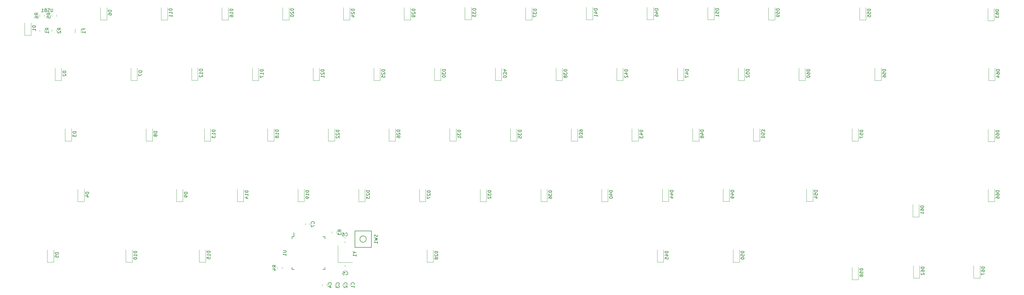
<source format=gbr>
G04 #@! TF.GenerationSoftware,KiCad,Pcbnew,(5.1.5)-3*
G04 #@! TF.CreationDate,2020-02-18T21:31:31-05:00*
G04 #@! TF.ProjectId,Keyboard PCB,4b657962-6f61-4726-9420-5043422e6b69,rev?*
G04 #@! TF.SameCoordinates,Original*
G04 #@! TF.FileFunction,Legend,Bot*
G04 #@! TF.FilePolarity,Positive*
%FSLAX46Y46*%
G04 Gerber Fmt 4.6, Leading zero omitted, Abs format (unit mm)*
G04 Created by KiCad (PCBNEW (5.1.5)-3) date 2020-02-18 21:31:31*
%MOMM*%
%LPD*%
G04 APERTURE LIST*
%ADD10C,0.120000*%
%ADD11C,0.150000*%
G04 APERTURE END LIST*
D10*
X33730000Y114425252D02*
X33730000Y113902748D01*
X32310000Y114425252D02*
X32310000Y113902748D01*
X37540000Y114443252D02*
X37540000Y113920748D01*
X36120000Y114443252D02*
X36120000Y113920748D01*
D11*
X112043750Y44659250D02*
X112043750Y45934250D01*
X111468750Y34309250D02*
X111468750Y34984250D01*
X121818750Y34309250D02*
X121818750Y34984250D01*
X121818750Y44659250D02*
X121818750Y43984250D01*
X111468750Y44659250D02*
X111468750Y43984250D01*
X121818750Y44659250D02*
X121143750Y44659250D01*
X121818750Y34309250D02*
X121143750Y34309250D01*
X111468750Y34309250D02*
X112143750Y34309250D01*
X111468750Y44659250D02*
X112043750Y44659250D01*
D10*
X125850750Y36504250D02*
X125850750Y41904250D01*
X130350750Y36504250D02*
X125850750Y36504250D01*
D11*
X131162750Y46478500D02*
X131162750Y41278500D01*
X131162750Y41278500D02*
X136362750Y41278500D01*
X136362750Y41278500D02*
X136362750Y46478500D01*
X136362750Y46478500D02*
X131162750Y46478500D01*
X134762750Y43878500D02*
G75*
G03X134762750Y43878500I-1000000J0D01*
G01*
D10*
X108310750Y35131752D02*
X108310750Y34609248D01*
X106890750Y35131752D02*
X106890750Y34609248D01*
X124035750Y45776248D02*
X124035750Y46298752D01*
X125455750Y45776248D02*
X125455750Y46298752D01*
X36120000Y109221748D02*
X36120000Y109744252D01*
X37540000Y109221748D02*
X37540000Y109744252D01*
X32310000Y109203748D02*
X32310000Y109726252D01*
X33730000Y109203748D02*
X33730000Y109726252D01*
X43413000Y108781436D02*
X43413000Y109985564D01*
X45233000Y108781436D02*
X45233000Y109985564D01*
X327263000Y31660000D02*
X327263000Y35560000D01*
X325263000Y31660000D02*
X325263000Y35560000D01*
X327263000Y31660000D02*
X325263000Y31660000D01*
X331835000Y55661000D02*
X331835000Y59561000D01*
X329835000Y55661000D02*
X329835000Y59561000D01*
X331835000Y55661000D02*
X329835000Y55661000D01*
X331835000Y74586000D02*
X331835000Y78486000D01*
X329835000Y74586000D02*
X329835000Y78486000D01*
X331835000Y74586000D02*
X329835000Y74586000D01*
X331962000Y93761000D02*
X331962000Y97661000D01*
X329962000Y93761000D02*
X329962000Y97661000D01*
X331962000Y93761000D02*
X329962000Y93761000D01*
X331708000Y112557000D02*
X331708000Y116457000D01*
X329708000Y112557000D02*
X329708000Y116457000D01*
X331708000Y112557000D02*
X329708000Y112557000D01*
X308340000Y31658000D02*
X308340000Y35558000D01*
X306340000Y31658000D02*
X306340000Y35558000D01*
X308340000Y31658000D02*
X306340000Y31658000D01*
X308181250Y50868750D02*
X308181250Y54768750D01*
X306181250Y50868750D02*
X306181250Y54768750D01*
X308181250Y50868750D02*
X306181250Y50868750D01*
X272462500Y93731250D02*
X272462500Y97631250D01*
X270462500Y93731250D02*
X270462500Y97631250D01*
X272462500Y93731250D02*
X270462500Y93731250D01*
X262937500Y112843750D02*
X262937500Y116743750D01*
X260937500Y112843750D02*
X260937500Y116743750D01*
X262937500Y112843750D02*
X260937500Y112843750D01*
X289131250Y31150000D02*
X289131250Y35050000D01*
X287131250Y31150000D02*
X287131250Y35050000D01*
X289131250Y31150000D02*
X287131250Y31150000D01*
X289131250Y74681250D02*
X289131250Y78581250D01*
X287131250Y74681250D02*
X287131250Y78581250D01*
X289131250Y74681250D02*
X287131250Y74681250D01*
X296275000Y93793750D02*
X296275000Y97693750D01*
X294275000Y93793750D02*
X294275000Y97693750D01*
X296275000Y93793750D02*
X294275000Y93793750D01*
X291512500Y112781250D02*
X291512500Y116681250D01*
X289512500Y112781250D02*
X289512500Y116681250D01*
X291512500Y112781250D02*
X289512500Y112781250D01*
X274843750Y55756250D02*
X274843750Y59656250D01*
X272843750Y55756250D02*
X272843750Y59656250D01*
X274843750Y55756250D02*
X272843750Y55756250D01*
X258175000Y74743750D02*
X258175000Y78643750D01*
X256175000Y74743750D02*
X256175000Y78643750D01*
X258175000Y74743750D02*
X256175000Y74743750D01*
X253412500Y93793750D02*
X253412500Y97693750D01*
X251412500Y93793750D02*
X251412500Y97693750D01*
X253412500Y93793750D02*
X251412500Y93793750D01*
X243887500Y112906250D02*
X243887500Y116806250D01*
X241887500Y112906250D02*
X241887500Y116806250D01*
X243887500Y112906250D02*
X241887500Y112906250D01*
X251825000Y36581250D02*
X251825000Y40481250D01*
X249825000Y36581250D02*
X249825000Y40481250D01*
X251825000Y36581250D02*
X249825000Y36581250D01*
X248650000Y55756250D02*
X248650000Y59656250D01*
X246650000Y55756250D02*
X246650000Y59656250D01*
X248650000Y55756250D02*
X246650000Y55756250D01*
X239125000Y74743750D02*
X239125000Y78643750D01*
X237125000Y74743750D02*
X237125000Y78643750D01*
X239125000Y74743750D02*
X237125000Y74743750D01*
X234362500Y93793750D02*
X234362500Y97693750D01*
X232362500Y93793750D02*
X232362500Y97693750D01*
X234362500Y93793750D02*
X232362500Y93793750D01*
X224837500Y112906250D02*
X224837500Y116806250D01*
X222837500Y112906250D02*
X222837500Y116806250D01*
X224837500Y112906250D02*
X222837500Y112906250D01*
X228012500Y36581250D02*
X228012500Y40481250D01*
X226012500Y36581250D02*
X226012500Y40481250D01*
X228012500Y36581250D02*
X226012500Y36581250D01*
X229600000Y55756250D02*
X229600000Y59656250D01*
X227600000Y55756250D02*
X227600000Y59656250D01*
X229600000Y55756250D02*
X227600000Y55756250D01*
X220075000Y74681250D02*
X220075000Y78581250D01*
X218075000Y74681250D02*
X218075000Y78581250D01*
X220075000Y74681250D02*
X218075000Y74681250D01*
X215312500Y93731250D02*
X215312500Y97631250D01*
X213312500Y93731250D02*
X213312500Y97631250D01*
X215312500Y93731250D02*
X213312500Y93731250D01*
X205787500Y112906250D02*
X205787500Y116806250D01*
X203787500Y112906250D02*
X203787500Y116806250D01*
X205787500Y112906250D02*
X203787500Y112906250D01*
X210550000Y55693750D02*
X210550000Y59593750D01*
X208550000Y55693750D02*
X208550000Y59593750D01*
X210550000Y55693750D02*
X208550000Y55693750D01*
X201025000Y74743750D02*
X201025000Y78643750D01*
X199025000Y74743750D02*
X199025000Y78643750D01*
X201025000Y74743750D02*
X199025000Y74743750D01*
X196262500Y93731250D02*
X196262500Y97631250D01*
X194262500Y93731250D02*
X194262500Y97631250D01*
X196262500Y93731250D02*
X194262500Y93731250D01*
X186737500Y112781250D02*
X186737500Y116681250D01*
X184737500Y112781250D02*
X184737500Y116681250D01*
X186737500Y112781250D02*
X184737500Y112781250D01*
X191500000Y55631250D02*
X191500000Y59531250D01*
X189500000Y55631250D02*
X189500000Y59531250D01*
X191500000Y55631250D02*
X189500000Y55631250D01*
X181975000Y74681250D02*
X181975000Y78581250D01*
X179975000Y74681250D02*
X179975000Y78581250D01*
X181975000Y74681250D02*
X179975000Y74681250D01*
X177212500Y93731250D02*
X177212500Y97631250D01*
X175212500Y93731250D02*
X175212500Y97631250D01*
X177212500Y93731250D02*
X175212500Y93731250D01*
X167687500Y112906250D02*
X167687500Y116806250D01*
X165687500Y112906250D02*
X165687500Y116806250D01*
X167687500Y112906250D02*
X165687500Y112906250D01*
X172450000Y55693750D02*
X172450000Y59593750D01*
X170450000Y55693750D02*
X170450000Y59593750D01*
X172450000Y55693750D02*
X170450000Y55693750D01*
X162925000Y74681250D02*
X162925000Y78581250D01*
X160925000Y74681250D02*
X160925000Y78581250D01*
X162925000Y74681250D02*
X160925000Y74681250D01*
X158162500Y93793750D02*
X158162500Y97693750D01*
X156162500Y93793750D02*
X156162500Y97693750D01*
X158162500Y93793750D02*
X156162500Y93793750D01*
X148637500Y112781250D02*
X148637500Y116681250D01*
X146637500Y112781250D02*
X146637500Y116681250D01*
X148637500Y112781250D02*
X146637500Y112781250D01*
X155781250Y36581250D02*
X155781250Y40481250D01*
X153781250Y36581250D02*
X153781250Y40481250D01*
X155781250Y36581250D02*
X153781250Y36581250D01*
X153400000Y55631250D02*
X153400000Y59531250D01*
X151400000Y55631250D02*
X151400000Y59531250D01*
X153400000Y55631250D02*
X151400000Y55631250D01*
X143875000Y74743750D02*
X143875000Y78643750D01*
X141875000Y74743750D02*
X141875000Y78643750D01*
X143875000Y74743750D02*
X141875000Y74743750D01*
X139112500Y93731250D02*
X139112500Y97631250D01*
X137112500Y93731250D02*
X137112500Y97631250D01*
X139112500Y93731250D02*
X137112500Y93731250D01*
X129587500Y112781250D02*
X129587500Y116681250D01*
X127587500Y112781250D02*
X127587500Y116681250D01*
X129587500Y112781250D02*
X127587500Y112781250D01*
X134350000Y55693750D02*
X134350000Y59593750D01*
X132350000Y55693750D02*
X132350000Y59593750D01*
X134350000Y55693750D02*
X132350000Y55693750D01*
X124825000Y74681250D02*
X124825000Y78581250D01*
X122825000Y74681250D02*
X122825000Y78581250D01*
X124825000Y74681250D02*
X122825000Y74681250D01*
X120062500Y93731250D02*
X120062500Y97631250D01*
X118062500Y93731250D02*
X118062500Y97631250D01*
X120062500Y93731250D02*
X118062500Y93731250D01*
X110537500Y112843750D02*
X110537500Y116743750D01*
X108537500Y112843750D02*
X108537500Y116743750D01*
X110537500Y112843750D02*
X108537500Y112843750D01*
X115300000Y55693750D02*
X115300000Y59593750D01*
X113300000Y55693750D02*
X113300000Y59593750D01*
X115300000Y55693750D02*
X113300000Y55693750D01*
X105775000Y74743750D02*
X105775000Y78643750D01*
X103775000Y74743750D02*
X103775000Y78643750D01*
X105775000Y74743750D02*
X103775000Y74743750D01*
X101012500Y93731250D02*
X101012500Y97631250D01*
X99012500Y93731250D02*
X99012500Y97631250D01*
X101012500Y93731250D02*
X99012500Y93731250D01*
X91487500Y112781250D02*
X91487500Y116681250D01*
X89487500Y112781250D02*
X89487500Y116681250D01*
X91487500Y112781250D02*
X89487500Y112781250D01*
X84343750Y36643750D02*
X84343750Y40543750D01*
X82343750Y36643750D02*
X82343750Y40543750D01*
X84343750Y36643750D02*
X82343750Y36643750D01*
X96250000Y55631250D02*
X96250000Y59531250D01*
X94250000Y55631250D02*
X94250000Y59531250D01*
X96250000Y55631250D02*
X94250000Y55631250D01*
X85931250Y74743750D02*
X85931250Y78643750D01*
X83931250Y74743750D02*
X83931250Y78643750D01*
X85931250Y74743750D02*
X83931250Y74743750D01*
X81962500Y93856250D02*
X81962500Y97756250D01*
X79962500Y93856250D02*
X79962500Y97756250D01*
X81962500Y93856250D02*
X79962500Y93856250D01*
X72437500Y112843750D02*
X72437500Y116743750D01*
X70437500Y112843750D02*
X70437500Y116743750D01*
X72437500Y112843750D02*
X70437500Y112843750D01*
X61325000Y36581250D02*
X61325000Y40481250D01*
X59325000Y36581250D02*
X59325000Y40481250D01*
X61325000Y36581250D02*
X59325000Y36581250D01*
X77200000Y55631250D02*
X77200000Y59531250D01*
X75200000Y55631250D02*
X75200000Y59531250D01*
X77200000Y55631250D02*
X75200000Y55631250D01*
X67675000Y74743750D02*
X67675000Y78643750D01*
X65675000Y74743750D02*
X65675000Y78643750D01*
X67675000Y74743750D02*
X65675000Y74743750D01*
X62912500Y93793750D02*
X62912500Y97693750D01*
X60912500Y93793750D02*
X60912500Y97693750D01*
X62912500Y93793750D02*
X60912500Y93793750D01*
X53387500Y112843750D02*
X53387500Y116743750D01*
X51387500Y112843750D02*
X51387500Y116743750D01*
X53387500Y112843750D02*
X51387500Y112843750D01*
X36718750Y36643750D02*
X36718750Y40543750D01*
X34718750Y36643750D02*
X34718750Y40543750D01*
X36718750Y36643750D02*
X34718750Y36643750D01*
X46243750Y55631250D02*
X46243750Y59531250D01*
X44243750Y55631250D02*
X44243750Y59531250D01*
X46243750Y55631250D02*
X44243750Y55631250D01*
X42275000Y74681250D02*
X42275000Y78581250D01*
X40275000Y74681250D02*
X40275000Y78581250D01*
X42275000Y74681250D02*
X40275000Y74681250D01*
X39100000Y93731250D02*
X39100000Y97631250D01*
X37100000Y93731250D02*
X37100000Y97631250D01*
X39100000Y93731250D02*
X37100000Y93731250D01*
X29575000Y107987000D02*
X29575000Y111887000D01*
X27575000Y107987000D02*
X27575000Y111887000D01*
X29575000Y107987000D02*
X27575000Y107987000D01*
X115653750Y48316248D02*
X115653750Y48838752D01*
X117073750Y48316248D02*
X117073750Y48838752D01*
X128300002Y42946250D02*
X127777498Y42946250D01*
X128300002Y44366250D02*
X127777498Y44366250D01*
X127913498Y35476250D02*
X128436002Y35476250D01*
X127913498Y34056250D02*
X128436002Y34056250D01*
X120987750Y29148248D02*
X120987750Y29670752D01*
X122407750Y29148248D02*
X122407750Y29670752D01*
X123496000Y29130248D02*
X123496000Y29652752D01*
X124916000Y29130248D02*
X124916000Y29652752D01*
X125940750Y29139248D02*
X125940750Y29661752D01*
X127360750Y29139248D02*
X127360750Y29661752D01*
X128226750Y29148248D02*
X128226750Y29670752D01*
X129646750Y29148248D02*
X129646750Y29670752D01*
D11*
X36411095Y116391619D02*
X36411095Y115582095D01*
X36363476Y115486857D01*
X36315857Y115439238D01*
X36220619Y115391619D01*
X36030142Y115391619D01*
X35934904Y115439238D01*
X35887285Y115486857D01*
X35839666Y115582095D01*
X35839666Y116391619D01*
X35411095Y115439238D02*
X35268238Y115391619D01*
X35030142Y115391619D01*
X34934904Y115439238D01*
X34887285Y115486857D01*
X34839666Y115582095D01*
X34839666Y115677333D01*
X34887285Y115772571D01*
X34934904Y115820190D01*
X35030142Y115867809D01*
X35220619Y115915428D01*
X35315857Y115963047D01*
X35363476Y116010666D01*
X35411095Y116105904D01*
X35411095Y116201142D01*
X35363476Y116296380D01*
X35315857Y116344000D01*
X35220619Y116391619D01*
X34982523Y116391619D01*
X34839666Y116344000D01*
X34077761Y115915428D02*
X33934904Y115867809D01*
X33887285Y115820190D01*
X33839666Y115724952D01*
X33839666Y115582095D01*
X33887285Y115486857D01*
X33934904Y115439238D01*
X34030142Y115391619D01*
X34411095Y115391619D01*
X34411095Y116391619D01*
X34077761Y116391619D01*
X33982523Y116344000D01*
X33934904Y116296380D01*
X33887285Y116201142D01*
X33887285Y116105904D01*
X33934904Y116010666D01*
X33982523Y115963047D01*
X34077761Y115915428D01*
X34411095Y115915428D01*
X32887285Y115391619D02*
X33458714Y115391619D01*
X33172999Y115391619D02*
X33172999Y116391619D01*
X33268238Y116248761D01*
X33363476Y116153523D01*
X33458714Y116105904D01*
X31822380Y114330666D02*
X31346190Y114664000D01*
X31822380Y114902095D02*
X30822380Y114902095D01*
X30822380Y114521142D01*
X30870000Y114425904D01*
X30917619Y114378285D01*
X31012857Y114330666D01*
X31155714Y114330666D01*
X31250952Y114378285D01*
X31298571Y114425904D01*
X31346190Y114521142D01*
X31346190Y114902095D01*
X30822380Y113473523D02*
X30822380Y113664000D01*
X30870000Y113759238D01*
X30917619Y113806857D01*
X31060476Y113902095D01*
X31250952Y113949714D01*
X31631904Y113949714D01*
X31727142Y113902095D01*
X31774761Y113854476D01*
X31822380Y113759238D01*
X31822380Y113568761D01*
X31774761Y113473523D01*
X31727142Y113425904D01*
X31631904Y113378285D01*
X31393809Y113378285D01*
X31298571Y113425904D01*
X31250952Y113473523D01*
X31203333Y113568761D01*
X31203333Y113759238D01*
X31250952Y113854476D01*
X31298571Y113902095D01*
X31393809Y113949714D01*
X35632380Y114348666D02*
X35156190Y114682000D01*
X35632380Y114920095D02*
X34632380Y114920095D01*
X34632380Y114539142D01*
X34680000Y114443904D01*
X34727619Y114396285D01*
X34822857Y114348666D01*
X34965714Y114348666D01*
X35060952Y114396285D01*
X35108571Y114443904D01*
X35156190Y114539142D01*
X35156190Y114920095D01*
X34632380Y113443904D02*
X34632380Y113920095D01*
X35108571Y113967714D01*
X35060952Y113920095D01*
X35013333Y113824857D01*
X35013333Y113586761D01*
X35060952Y113491523D01*
X35108571Y113443904D01*
X35203809Y113396285D01*
X35441904Y113396285D01*
X35537142Y113443904D01*
X35584761Y113491523D01*
X35632380Y113586761D01*
X35632380Y113824857D01*
X35584761Y113920095D01*
X35537142Y113967714D01*
X108646130Y40246154D02*
X109455654Y40246154D01*
X109550892Y40198535D01*
X109598511Y40150916D01*
X109646130Y40055678D01*
X109646130Y39865202D01*
X109598511Y39769964D01*
X109550892Y39722345D01*
X109455654Y39674726D01*
X108646130Y39674726D01*
X109646130Y38674726D02*
X109646130Y39246154D01*
X109646130Y38960440D02*
X108646130Y38960440D01*
X108788988Y39055678D01*
X108884226Y39150916D01*
X108931845Y39246154D01*
X131126940Y39680440D02*
X131603130Y39680440D01*
X130603130Y40013773D02*
X131126940Y39680440D01*
X130603130Y39347107D01*
X131603130Y38489964D02*
X131603130Y39061392D01*
X131603130Y38775678D02*
X130603130Y38775678D01*
X130745988Y38870916D01*
X130841226Y38966154D01*
X130888845Y39061392D01*
X138231511Y45211833D02*
X138279130Y45068976D01*
X138279130Y44830880D01*
X138231511Y44735642D01*
X138183892Y44688023D01*
X138088654Y44640404D01*
X137993416Y44640404D01*
X137898178Y44688023D01*
X137850559Y44735642D01*
X137802940Y44830880D01*
X137755321Y45021357D01*
X137707702Y45116595D01*
X137660083Y45164214D01*
X137564845Y45211833D01*
X137469607Y45211833D01*
X137374369Y45164214D01*
X137326750Y45116595D01*
X137279130Y45021357D01*
X137279130Y44783261D01*
X137326750Y44640404D01*
X137279130Y44307071D02*
X138279130Y44068976D01*
X137564845Y43878500D01*
X138279130Y43688023D01*
X137279130Y43449928D01*
X138279130Y42545166D02*
X138279130Y43116595D01*
X138279130Y42830880D02*
X137279130Y42830880D01*
X137421988Y42926119D01*
X137517226Y43021357D01*
X137564845Y43116595D01*
X106403130Y35037166D02*
X105926940Y35370500D01*
X106403130Y35608595D02*
X105403130Y35608595D01*
X105403130Y35227642D01*
X105450750Y35132404D01*
X105498369Y35084785D01*
X105593607Y35037166D01*
X105736464Y35037166D01*
X105831702Y35084785D01*
X105879321Y35132404D01*
X105926940Y35227642D01*
X105926940Y35608595D01*
X105736464Y34180023D02*
X106403130Y34180023D01*
X105355511Y34418119D02*
X106069797Y34656214D01*
X106069797Y34037166D01*
X126848130Y46204166D02*
X126371940Y46537500D01*
X126848130Y46775595D02*
X125848130Y46775595D01*
X125848130Y46394642D01*
X125895750Y46299404D01*
X125943369Y46251785D01*
X126038607Y46204166D01*
X126181464Y46204166D01*
X126276702Y46251785D01*
X126324321Y46299404D01*
X126371940Y46394642D01*
X126371940Y46775595D01*
X125848130Y45870833D02*
X125848130Y45251785D01*
X126229083Y45585119D01*
X126229083Y45442261D01*
X126276702Y45347023D01*
X126324321Y45299404D01*
X126419559Y45251785D01*
X126657654Y45251785D01*
X126752892Y45299404D01*
X126800511Y45347023D01*
X126848130Y45442261D01*
X126848130Y45727976D01*
X126800511Y45823214D01*
X126752892Y45870833D01*
X38932380Y109649666D02*
X38456190Y109983000D01*
X38932380Y110221095D02*
X37932380Y110221095D01*
X37932380Y109840142D01*
X37980000Y109744904D01*
X38027619Y109697285D01*
X38122857Y109649666D01*
X38265714Y109649666D01*
X38360952Y109697285D01*
X38408571Y109744904D01*
X38456190Y109840142D01*
X38456190Y110221095D01*
X38027619Y109268714D02*
X37980000Y109221095D01*
X37932380Y109125857D01*
X37932380Y108887761D01*
X37980000Y108792523D01*
X38027619Y108744904D01*
X38122857Y108697285D01*
X38218095Y108697285D01*
X38360952Y108744904D01*
X38932380Y109316333D01*
X38932380Y108697285D01*
X35122380Y109631666D02*
X34646190Y109965000D01*
X35122380Y110203095D02*
X34122380Y110203095D01*
X34122380Y109822142D01*
X34170000Y109726904D01*
X34217619Y109679285D01*
X34312857Y109631666D01*
X34455714Y109631666D01*
X34550952Y109679285D01*
X34598571Y109726904D01*
X34646190Y109822142D01*
X34646190Y110203095D01*
X35122380Y108679285D02*
X35122380Y109250714D01*
X35122380Y108965000D02*
X34122380Y108965000D01*
X34265238Y109060238D01*
X34360476Y109155476D01*
X34408095Y109250714D01*
X46071571Y109716833D02*
X46071571Y110050166D01*
X46595380Y110050166D02*
X45595380Y110050166D01*
X45595380Y109573976D01*
X46595380Y108669214D02*
X46595380Y109240642D01*
X46595380Y108954928D02*
X45595380Y108954928D01*
X45738238Y109050166D01*
X45833476Y109145404D01*
X45881095Y109240642D01*
X328715380Y35124285D02*
X327715380Y35124285D01*
X327715380Y34886190D01*
X327763000Y34743333D01*
X327858238Y34648095D01*
X327953476Y34600476D01*
X328143952Y34552857D01*
X328286809Y34552857D01*
X328477285Y34600476D01*
X328572523Y34648095D01*
X328667761Y34743333D01*
X328715380Y34886190D01*
X328715380Y35124285D01*
X327715380Y33695714D02*
X327715380Y33886190D01*
X327763000Y33981428D01*
X327810619Y34029047D01*
X327953476Y34124285D01*
X328143952Y34171904D01*
X328524904Y34171904D01*
X328620142Y34124285D01*
X328667761Y34076666D01*
X328715380Y33981428D01*
X328715380Y33790952D01*
X328667761Y33695714D01*
X328620142Y33648095D01*
X328524904Y33600476D01*
X328286809Y33600476D01*
X328191571Y33648095D01*
X328143952Y33695714D01*
X328096333Y33790952D01*
X328096333Y33981428D01*
X328143952Y34076666D01*
X328191571Y34124285D01*
X328286809Y34171904D01*
X327715380Y33267142D02*
X327715380Y32600476D01*
X328715380Y33029047D01*
X333287380Y59125285D02*
X332287380Y59125285D01*
X332287380Y58887190D01*
X332335000Y58744333D01*
X332430238Y58649095D01*
X332525476Y58601476D01*
X332715952Y58553857D01*
X332858809Y58553857D01*
X333049285Y58601476D01*
X333144523Y58649095D01*
X333239761Y58744333D01*
X333287380Y58887190D01*
X333287380Y59125285D01*
X332287380Y57696714D02*
X332287380Y57887190D01*
X332335000Y57982428D01*
X332382619Y58030047D01*
X332525476Y58125285D01*
X332715952Y58172904D01*
X333096904Y58172904D01*
X333192142Y58125285D01*
X333239761Y58077666D01*
X333287380Y57982428D01*
X333287380Y57791952D01*
X333239761Y57696714D01*
X333192142Y57649095D01*
X333096904Y57601476D01*
X332858809Y57601476D01*
X332763571Y57649095D01*
X332715952Y57696714D01*
X332668333Y57791952D01*
X332668333Y57982428D01*
X332715952Y58077666D01*
X332763571Y58125285D01*
X332858809Y58172904D01*
X332287380Y56744333D02*
X332287380Y56934809D01*
X332335000Y57030047D01*
X332382619Y57077666D01*
X332525476Y57172904D01*
X332715952Y57220523D01*
X333096904Y57220523D01*
X333192142Y57172904D01*
X333239761Y57125285D01*
X333287380Y57030047D01*
X333287380Y56839571D01*
X333239761Y56744333D01*
X333192142Y56696714D01*
X333096904Y56649095D01*
X332858809Y56649095D01*
X332763571Y56696714D01*
X332715952Y56744333D01*
X332668333Y56839571D01*
X332668333Y57030047D01*
X332715952Y57125285D01*
X332763571Y57172904D01*
X332858809Y57220523D01*
X333287380Y78050285D02*
X332287380Y78050285D01*
X332287380Y77812190D01*
X332335000Y77669333D01*
X332430238Y77574095D01*
X332525476Y77526476D01*
X332715952Y77478857D01*
X332858809Y77478857D01*
X333049285Y77526476D01*
X333144523Y77574095D01*
X333239761Y77669333D01*
X333287380Y77812190D01*
X333287380Y78050285D01*
X332287380Y76621714D02*
X332287380Y76812190D01*
X332335000Y76907428D01*
X332382619Y76955047D01*
X332525476Y77050285D01*
X332715952Y77097904D01*
X333096904Y77097904D01*
X333192142Y77050285D01*
X333239761Y77002666D01*
X333287380Y76907428D01*
X333287380Y76716952D01*
X333239761Y76621714D01*
X333192142Y76574095D01*
X333096904Y76526476D01*
X332858809Y76526476D01*
X332763571Y76574095D01*
X332715952Y76621714D01*
X332668333Y76716952D01*
X332668333Y76907428D01*
X332715952Y77002666D01*
X332763571Y77050285D01*
X332858809Y77097904D01*
X332287380Y75621714D02*
X332287380Y76097904D01*
X332763571Y76145523D01*
X332715952Y76097904D01*
X332668333Y76002666D01*
X332668333Y75764571D01*
X332715952Y75669333D01*
X332763571Y75621714D01*
X332858809Y75574095D01*
X333096904Y75574095D01*
X333192142Y75621714D01*
X333239761Y75669333D01*
X333287380Y75764571D01*
X333287380Y76002666D01*
X333239761Y76097904D01*
X333192142Y76145523D01*
X333414380Y97225285D02*
X332414380Y97225285D01*
X332414380Y96987190D01*
X332462000Y96844333D01*
X332557238Y96749095D01*
X332652476Y96701476D01*
X332842952Y96653857D01*
X332985809Y96653857D01*
X333176285Y96701476D01*
X333271523Y96749095D01*
X333366761Y96844333D01*
X333414380Y96987190D01*
X333414380Y97225285D01*
X332414380Y95796714D02*
X332414380Y95987190D01*
X332462000Y96082428D01*
X332509619Y96130047D01*
X332652476Y96225285D01*
X332842952Y96272904D01*
X333223904Y96272904D01*
X333319142Y96225285D01*
X333366761Y96177666D01*
X333414380Y96082428D01*
X333414380Y95891952D01*
X333366761Y95796714D01*
X333319142Y95749095D01*
X333223904Y95701476D01*
X332985809Y95701476D01*
X332890571Y95749095D01*
X332842952Y95796714D01*
X332795333Y95891952D01*
X332795333Y96082428D01*
X332842952Y96177666D01*
X332890571Y96225285D01*
X332985809Y96272904D01*
X332747714Y94844333D02*
X333414380Y94844333D01*
X332366761Y95082428D02*
X333081047Y95320523D01*
X333081047Y94701476D01*
X333160380Y116021285D02*
X332160380Y116021285D01*
X332160380Y115783190D01*
X332208000Y115640333D01*
X332303238Y115545095D01*
X332398476Y115497476D01*
X332588952Y115449857D01*
X332731809Y115449857D01*
X332922285Y115497476D01*
X333017523Y115545095D01*
X333112761Y115640333D01*
X333160380Y115783190D01*
X333160380Y116021285D01*
X332160380Y114592714D02*
X332160380Y114783190D01*
X332208000Y114878428D01*
X332255619Y114926047D01*
X332398476Y115021285D01*
X332588952Y115068904D01*
X332969904Y115068904D01*
X333065142Y115021285D01*
X333112761Y114973666D01*
X333160380Y114878428D01*
X333160380Y114687952D01*
X333112761Y114592714D01*
X333065142Y114545095D01*
X332969904Y114497476D01*
X332731809Y114497476D01*
X332636571Y114545095D01*
X332588952Y114592714D01*
X332541333Y114687952D01*
X332541333Y114878428D01*
X332588952Y114973666D01*
X332636571Y115021285D01*
X332731809Y115068904D01*
X332160380Y114164142D02*
X332160380Y113545095D01*
X332541333Y113878428D01*
X332541333Y113735571D01*
X332588952Y113640333D01*
X332636571Y113592714D01*
X332731809Y113545095D01*
X332969904Y113545095D01*
X333065142Y113592714D01*
X333112761Y113640333D01*
X333160380Y113735571D01*
X333160380Y114021285D01*
X333112761Y114116523D01*
X333065142Y114164142D01*
X309792380Y35122285D02*
X308792380Y35122285D01*
X308792380Y34884190D01*
X308840000Y34741333D01*
X308935238Y34646095D01*
X309030476Y34598476D01*
X309220952Y34550857D01*
X309363809Y34550857D01*
X309554285Y34598476D01*
X309649523Y34646095D01*
X309744761Y34741333D01*
X309792380Y34884190D01*
X309792380Y35122285D01*
X308792380Y33693714D02*
X308792380Y33884190D01*
X308840000Y33979428D01*
X308887619Y34027047D01*
X309030476Y34122285D01*
X309220952Y34169904D01*
X309601904Y34169904D01*
X309697142Y34122285D01*
X309744761Y34074666D01*
X309792380Y33979428D01*
X309792380Y33788952D01*
X309744761Y33693714D01*
X309697142Y33646095D01*
X309601904Y33598476D01*
X309363809Y33598476D01*
X309268571Y33646095D01*
X309220952Y33693714D01*
X309173333Y33788952D01*
X309173333Y33979428D01*
X309220952Y34074666D01*
X309268571Y34122285D01*
X309363809Y34169904D01*
X308887619Y33217523D02*
X308840000Y33169904D01*
X308792380Y33074666D01*
X308792380Y32836571D01*
X308840000Y32741333D01*
X308887619Y32693714D01*
X308982857Y32646095D01*
X309078095Y32646095D01*
X309220952Y32693714D01*
X309792380Y33265142D01*
X309792380Y32646095D01*
X309633630Y54333035D02*
X308633630Y54333035D01*
X308633630Y54094940D01*
X308681250Y53952083D01*
X308776488Y53856845D01*
X308871726Y53809226D01*
X309062202Y53761607D01*
X309205059Y53761607D01*
X309395535Y53809226D01*
X309490773Y53856845D01*
X309586011Y53952083D01*
X309633630Y54094940D01*
X309633630Y54333035D01*
X308633630Y52904464D02*
X308633630Y53094940D01*
X308681250Y53190178D01*
X308728869Y53237797D01*
X308871726Y53333035D01*
X309062202Y53380654D01*
X309443154Y53380654D01*
X309538392Y53333035D01*
X309586011Y53285416D01*
X309633630Y53190178D01*
X309633630Y52999702D01*
X309586011Y52904464D01*
X309538392Y52856845D01*
X309443154Y52809226D01*
X309205059Y52809226D01*
X309109821Y52856845D01*
X309062202Y52904464D01*
X309014583Y52999702D01*
X309014583Y53190178D01*
X309062202Y53285416D01*
X309109821Y53333035D01*
X309205059Y53380654D01*
X309633630Y51856845D02*
X309633630Y52428273D01*
X309633630Y52142559D02*
X308633630Y52142559D01*
X308776488Y52237797D01*
X308871726Y52333035D01*
X308919345Y52428273D01*
X273914880Y97195535D02*
X272914880Y97195535D01*
X272914880Y96957440D01*
X272962500Y96814583D01*
X273057738Y96719345D01*
X273152976Y96671726D01*
X273343452Y96624107D01*
X273486309Y96624107D01*
X273676785Y96671726D01*
X273772023Y96719345D01*
X273867261Y96814583D01*
X273914880Y96957440D01*
X273914880Y97195535D01*
X272914880Y95766964D02*
X272914880Y95957440D01*
X272962500Y96052678D01*
X273010119Y96100297D01*
X273152976Y96195535D01*
X273343452Y96243154D01*
X273724404Y96243154D01*
X273819642Y96195535D01*
X273867261Y96147916D01*
X273914880Y96052678D01*
X273914880Y95862202D01*
X273867261Y95766964D01*
X273819642Y95719345D01*
X273724404Y95671726D01*
X273486309Y95671726D01*
X273391071Y95719345D01*
X273343452Y95766964D01*
X273295833Y95862202D01*
X273295833Y96052678D01*
X273343452Y96147916D01*
X273391071Y96195535D01*
X273486309Y96243154D01*
X272914880Y95052678D02*
X272914880Y94957440D01*
X272962500Y94862202D01*
X273010119Y94814583D01*
X273105357Y94766964D01*
X273295833Y94719345D01*
X273533928Y94719345D01*
X273724404Y94766964D01*
X273819642Y94814583D01*
X273867261Y94862202D01*
X273914880Y94957440D01*
X273914880Y95052678D01*
X273867261Y95147916D01*
X273819642Y95195535D01*
X273724404Y95243154D01*
X273533928Y95290773D01*
X273295833Y95290773D01*
X273105357Y95243154D01*
X273010119Y95195535D01*
X272962500Y95147916D01*
X272914880Y95052678D01*
X264389880Y116308035D02*
X263389880Y116308035D01*
X263389880Y116069940D01*
X263437500Y115927083D01*
X263532738Y115831845D01*
X263627976Y115784226D01*
X263818452Y115736607D01*
X263961309Y115736607D01*
X264151785Y115784226D01*
X264247023Y115831845D01*
X264342261Y115927083D01*
X264389880Y116069940D01*
X264389880Y116308035D01*
X263389880Y114831845D02*
X263389880Y115308035D01*
X263866071Y115355654D01*
X263818452Y115308035D01*
X263770833Y115212797D01*
X263770833Y114974702D01*
X263818452Y114879464D01*
X263866071Y114831845D01*
X263961309Y114784226D01*
X264199404Y114784226D01*
X264294642Y114831845D01*
X264342261Y114879464D01*
X264389880Y114974702D01*
X264389880Y115212797D01*
X264342261Y115308035D01*
X264294642Y115355654D01*
X264389880Y114308035D02*
X264389880Y114117559D01*
X264342261Y114022321D01*
X264294642Y113974702D01*
X264151785Y113879464D01*
X263961309Y113831845D01*
X263580357Y113831845D01*
X263485119Y113879464D01*
X263437500Y113927083D01*
X263389880Y114022321D01*
X263389880Y114212797D01*
X263437500Y114308035D01*
X263485119Y114355654D01*
X263580357Y114403273D01*
X263818452Y114403273D01*
X263913690Y114355654D01*
X263961309Y114308035D01*
X264008928Y114212797D01*
X264008928Y114022321D01*
X263961309Y113927083D01*
X263913690Y113879464D01*
X263818452Y113831845D01*
X290583630Y34614285D02*
X289583630Y34614285D01*
X289583630Y34376190D01*
X289631250Y34233333D01*
X289726488Y34138095D01*
X289821726Y34090476D01*
X290012202Y34042857D01*
X290155059Y34042857D01*
X290345535Y34090476D01*
X290440773Y34138095D01*
X290536011Y34233333D01*
X290583630Y34376190D01*
X290583630Y34614285D01*
X289583630Y33138095D02*
X289583630Y33614285D01*
X290059821Y33661904D01*
X290012202Y33614285D01*
X289964583Y33519047D01*
X289964583Y33280952D01*
X290012202Y33185714D01*
X290059821Y33138095D01*
X290155059Y33090476D01*
X290393154Y33090476D01*
X290488392Y33138095D01*
X290536011Y33185714D01*
X290583630Y33280952D01*
X290583630Y33519047D01*
X290536011Y33614285D01*
X290488392Y33661904D01*
X290012202Y32519047D02*
X289964583Y32614285D01*
X289916964Y32661904D01*
X289821726Y32709523D01*
X289774107Y32709523D01*
X289678869Y32661904D01*
X289631250Y32614285D01*
X289583630Y32519047D01*
X289583630Y32328571D01*
X289631250Y32233333D01*
X289678869Y32185714D01*
X289774107Y32138095D01*
X289821726Y32138095D01*
X289916964Y32185714D01*
X289964583Y32233333D01*
X290012202Y32328571D01*
X290012202Y32519047D01*
X290059821Y32614285D01*
X290107440Y32661904D01*
X290202678Y32709523D01*
X290393154Y32709523D01*
X290488392Y32661904D01*
X290536011Y32614285D01*
X290583630Y32519047D01*
X290583630Y32328571D01*
X290536011Y32233333D01*
X290488392Y32185714D01*
X290393154Y32138095D01*
X290202678Y32138095D01*
X290107440Y32185714D01*
X290059821Y32233333D01*
X290012202Y32328571D01*
X290583630Y78145535D02*
X289583630Y78145535D01*
X289583630Y77907440D01*
X289631250Y77764583D01*
X289726488Y77669345D01*
X289821726Y77621726D01*
X290012202Y77574107D01*
X290155059Y77574107D01*
X290345535Y77621726D01*
X290440773Y77669345D01*
X290536011Y77764583D01*
X290583630Y77907440D01*
X290583630Y78145535D01*
X289583630Y76669345D02*
X289583630Y77145535D01*
X290059821Y77193154D01*
X290012202Y77145535D01*
X289964583Y77050297D01*
X289964583Y76812202D01*
X290012202Y76716964D01*
X290059821Y76669345D01*
X290155059Y76621726D01*
X290393154Y76621726D01*
X290488392Y76669345D01*
X290536011Y76716964D01*
X290583630Y76812202D01*
X290583630Y77050297D01*
X290536011Y77145535D01*
X290488392Y77193154D01*
X289583630Y76288392D02*
X289583630Y75621726D01*
X290583630Y76050297D01*
X297727380Y97258035D02*
X296727380Y97258035D01*
X296727380Y97019940D01*
X296775000Y96877083D01*
X296870238Y96781845D01*
X296965476Y96734226D01*
X297155952Y96686607D01*
X297298809Y96686607D01*
X297489285Y96734226D01*
X297584523Y96781845D01*
X297679761Y96877083D01*
X297727380Y97019940D01*
X297727380Y97258035D01*
X296727380Y95781845D02*
X296727380Y96258035D01*
X297203571Y96305654D01*
X297155952Y96258035D01*
X297108333Y96162797D01*
X297108333Y95924702D01*
X297155952Y95829464D01*
X297203571Y95781845D01*
X297298809Y95734226D01*
X297536904Y95734226D01*
X297632142Y95781845D01*
X297679761Y95829464D01*
X297727380Y95924702D01*
X297727380Y96162797D01*
X297679761Y96258035D01*
X297632142Y96305654D01*
X296727380Y94877083D02*
X296727380Y95067559D01*
X296775000Y95162797D01*
X296822619Y95210416D01*
X296965476Y95305654D01*
X297155952Y95353273D01*
X297536904Y95353273D01*
X297632142Y95305654D01*
X297679761Y95258035D01*
X297727380Y95162797D01*
X297727380Y94972321D01*
X297679761Y94877083D01*
X297632142Y94829464D01*
X297536904Y94781845D01*
X297298809Y94781845D01*
X297203571Y94829464D01*
X297155952Y94877083D01*
X297108333Y94972321D01*
X297108333Y95162797D01*
X297155952Y95258035D01*
X297203571Y95305654D01*
X297298809Y95353273D01*
X292964880Y116245535D02*
X291964880Y116245535D01*
X291964880Y116007440D01*
X292012500Y115864583D01*
X292107738Y115769345D01*
X292202976Y115721726D01*
X292393452Y115674107D01*
X292536309Y115674107D01*
X292726785Y115721726D01*
X292822023Y115769345D01*
X292917261Y115864583D01*
X292964880Y116007440D01*
X292964880Y116245535D01*
X291964880Y114769345D02*
X291964880Y115245535D01*
X292441071Y115293154D01*
X292393452Y115245535D01*
X292345833Y115150297D01*
X292345833Y114912202D01*
X292393452Y114816964D01*
X292441071Y114769345D01*
X292536309Y114721726D01*
X292774404Y114721726D01*
X292869642Y114769345D01*
X292917261Y114816964D01*
X292964880Y114912202D01*
X292964880Y115150297D01*
X292917261Y115245535D01*
X292869642Y115293154D01*
X291964880Y113816964D02*
X291964880Y114293154D01*
X292441071Y114340773D01*
X292393452Y114293154D01*
X292345833Y114197916D01*
X292345833Y113959821D01*
X292393452Y113864583D01*
X292441071Y113816964D01*
X292536309Y113769345D01*
X292774404Y113769345D01*
X292869642Y113816964D01*
X292917261Y113864583D01*
X292964880Y113959821D01*
X292964880Y114197916D01*
X292917261Y114293154D01*
X292869642Y114340773D01*
X276296130Y59220535D02*
X275296130Y59220535D01*
X275296130Y58982440D01*
X275343750Y58839583D01*
X275438988Y58744345D01*
X275534226Y58696726D01*
X275724702Y58649107D01*
X275867559Y58649107D01*
X276058035Y58696726D01*
X276153273Y58744345D01*
X276248511Y58839583D01*
X276296130Y58982440D01*
X276296130Y59220535D01*
X275296130Y57744345D02*
X275296130Y58220535D01*
X275772321Y58268154D01*
X275724702Y58220535D01*
X275677083Y58125297D01*
X275677083Y57887202D01*
X275724702Y57791964D01*
X275772321Y57744345D01*
X275867559Y57696726D01*
X276105654Y57696726D01*
X276200892Y57744345D01*
X276248511Y57791964D01*
X276296130Y57887202D01*
X276296130Y58125297D01*
X276248511Y58220535D01*
X276200892Y58268154D01*
X275629464Y56839583D02*
X276296130Y56839583D01*
X275248511Y57077678D02*
X275962797Y57315773D01*
X275962797Y56696726D01*
X258722619Y75779464D02*
X259722619Y75779464D01*
X259722619Y76017559D01*
X259675000Y76160416D01*
X259579761Y76255654D01*
X259484523Y76303273D01*
X259294047Y76350892D01*
X259151190Y76350892D01*
X258960714Y76303273D01*
X258865476Y76255654D01*
X258770238Y76160416D01*
X258722619Y76017559D01*
X258722619Y75779464D01*
X259722619Y77255654D02*
X259722619Y76779464D01*
X259246428Y76731845D01*
X259294047Y76779464D01*
X259341666Y76874702D01*
X259341666Y77112797D01*
X259294047Y77208035D01*
X259246428Y77255654D01*
X259151190Y77303273D01*
X258913095Y77303273D01*
X258817857Y77255654D01*
X258770238Y77208035D01*
X258722619Y77112797D01*
X258722619Y76874702D01*
X258770238Y76779464D01*
X258817857Y76731845D01*
X259722619Y77636607D02*
X259722619Y78255654D01*
X259341666Y77922321D01*
X259341666Y78065178D01*
X259294047Y78160416D01*
X259246428Y78208035D01*
X259151190Y78255654D01*
X258913095Y78255654D01*
X258817857Y78208035D01*
X258770238Y78160416D01*
X258722619Y78065178D01*
X258722619Y77779464D01*
X258770238Y77684226D01*
X258817857Y77636607D01*
X254864880Y97258035D02*
X253864880Y97258035D01*
X253864880Y97019940D01*
X253912500Y96877083D01*
X254007738Y96781845D01*
X254102976Y96734226D01*
X254293452Y96686607D01*
X254436309Y96686607D01*
X254626785Y96734226D01*
X254722023Y96781845D01*
X254817261Y96877083D01*
X254864880Y97019940D01*
X254864880Y97258035D01*
X253864880Y95781845D02*
X253864880Y96258035D01*
X254341071Y96305654D01*
X254293452Y96258035D01*
X254245833Y96162797D01*
X254245833Y95924702D01*
X254293452Y95829464D01*
X254341071Y95781845D01*
X254436309Y95734226D01*
X254674404Y95734226D01*
X254769642Y95781845D01*
X254817261Y95829464D01*
X254864880Y95924702D01*
X254864880Y96162797D01*
X254817261Y96258035D01*
X254769642Y96305654D01*
X253960119Y95353273D02*
X253912500Y95305654D01*
X253864880Y95210416D01*
X253864880Y94972321D01*
X253912500Y94877083D01*
X253960119Y94829464D01*
X254055357Y94781845D01*
X254150595Y94781845D01*
X254293452Y94829464D01*
X254864880Y95400892D01*
X254864880Y94781845D01*
X245339880Y116370535D02*
X244339880Y116370535D01*
X244339880Y116132440D01*
X244387500Y115989583D01*
X244482738Y115894345D01*
X244577976Y115846726D01*
X244768452Y115799107D01*
X244911309Y115799107D01*
X245101785Y115846726D01*
X245197023Y115894345D01*
X245292261Y115989583D01*
X245339880Y116132440D01*
X245339880Y116370535D01*
X244339880Y114894345D02*
X244339880Y115370535D01*
X244816071Y115418154D01*
X244768452Y115370535D01*
X244720833Y115275297D01*
X244720833Y115037202D01*
X244768452Y114941964D01*
X244816071Y114894345D01*
X244911309Y114846726D01*
X245149404Y114846726D01*
X245244642Y114894345D01*
X245292261Y114941964D01*
X245339880Y115037202D01*
X245339880Y115275297D01*
X245292261Y115370535D01*
X245244642Y115418154D01*
X245339880Y113894345D02*
X245339880Y114465773D01*
X245339880Y114180059D02*
X244339880Y114180059D01*
X244482738Y114275297D01*
X244577976Y114370535D01*
X244625595Y114465773D01*
X253277380Y40045535D02*
X252277380Y40045535D01*
X252277380Y39807440D01*
X252325000Y39664583D01*
X252420238Y39569345D01*
X252515476Y39521726D01*
X252705952Y39474107D01*
X252848809Y39474107D01*
X253039285Y39521726D01*
X253134523Y39569345D01*
X253229761Y39664583D01*
X253277380Y39807440D01*
X253277380Y40045535D01*
X252277380Y38569345D02*
X252277380Y39045535D01*
X252753571Y39093154D01*
X252705952Y39045535D01*
X252658333Y38950297D01*
X252658333Y38712202D01*
X252705952Y38616964D01*
X252753571Y38569345D01*
X252848809Y38521726D01*
X253086904Y38521726D01*
X253182142Y38569345D01*
X253229761Y38616964D01*
X253277380Y38712202D01*
X253277380Y38950297D01*
X253229761Y39045535D01*
X253182142Y39093154D01*
X252277380Y37902678D02*
X252277380Y37807440D01*
X252325000Y37712202D01*
X252372619Y37664583D01*
X252467857Y37616964D01*
X252658333Y37569345D01*
X252896428Y37569345D01*
X253086904Y37616964D01*
X253182142Y37664583D01*
X253229761Y37712202D01*
X253277380Y37807440D01*
X253277380Y37902678D01*
X253229761Y37997916D01*
X253182142Y38045535D01*
X253086904Y38093154D01*
X252896428Y38140773D01*
X252658333Y38140773D01*
X252467857Y38093154D01*
X252372619Y38045535D01*
X252325000Y37997916D01*
X252277380Y37902678D01*
X250102380Y59220535D02*
X249102380Y59220535D01*
X249102380Y58982440D01*
X249150000Y58839583D01*
X249245238Y58744345D01*
X249340476Y58696726D01*
X249530952Y58649107D01*
X249673809Y58649107D01*
X249864285Y58696726D01*
X249959523Y58744345D01*
X250054761Y58839583D01*
X250102380Y58982440D01*
X250102380Y59220535D01*
X249435714Y57791964D02*
X250102380Y57791964D01*
X249054761Y58030059D02*
X249769047Y58268154D01*
X249769047Y57649107D01*
X250102380Y57220535D02*
X250102380Y57030059D01*
X250054761Y56934821D01*
X250007142Y56887202D01*
X249864285Y56791964D01*
X249673809Y56744345D01*
X249292857Y56744345D01*
X249197619Y56791964D01*
X249150000Y56839583D01*
X249102380Y56934821D01*
X249102380Y57125297D01*
X249150000Y57220535D01*
X249197619Y57268154D01*
X249292857Y57315773D01*
X249530952Y57315773D01*
X249626190Y57268154D01*
X249673809Y57220535D01*
X249721428Y57125297D01*
X249721428Y56934821D01*
X249673809Y56839583D01*
X249626190Y56791964D01*
X249530952Y56744345D01*
X240577380Y78208035D02*
X239577380Y78208035D01*
X239577380Y77969940D01*
X239625000Y77827083D01*
X239720238Y77731845D01*
X239815476Y77684226D01*
X240005952Y77636607D01*
X240148809Y77636607D01*
X240339285Y77684226D01*
X240434523Y77731845D01*
X240529761Y77827083D01*
X240577380Y77969940D01*
X240577380Y78208035D01*
X239910714Y76779464D02*
X240577380Y76779464D01*
X239529761Y77017559D02*
X240244047Y77255654D01*
X240244047Y76636607D01*
X240005952Y76112797D02*
X239958333Y76208035D01*
X239910714Y76255654D01*
X239815476Y76303273D01*
X239767857Y76303273D01*
X239672619Y76255654D01*
X239625000Y76208035D01*
X239577380Y76112797D01*
X239577380Y75922321D01*
X239625000Y75827083D01*
X239672619Y75779464D01*
X239767857Y75731845D01*
X239815476Y75731845D01*
X239910714Y75779464D01*
X239958333Y75827083D01*
X240005952Y75922321D01*
X240005952Y76112797D01*
X240053571Y76208035D01*
X240101190Y76255654D01*
X240196428Y76303273D01*
X240386904Y76303273D01*
X240482142Y76255654D01*
X240529761Y76208035D01*
X240577380Y76112797D01*
X240577380Y75922321D01*
X240529761Y75827083D01*
X240482142Y75779464D01*
X240386904Y75731845D01*
X240196428Y75731845D01*
X240101190Y75779464D01*
X240053571Y75827083D01*
X240005952Y75922321D01*
X235814880Y97258035D02*
X234814880Y97258035D01*
X234814880Y97019940D01*
X234862500Y96877083D01*
X234957738Y96781845D01*
X235052976Y96734226D01*
X235243452Y96686607D01*
X235386309Y96686607D01*
X235576785Y96734226D01*
X235672023Y96781845D01*
X235767261Y96877083D01*
X235814880Y97019940D01*
X235814880Y97258035D01*
X235148214Y95829464D02*
X235814880Y95829464D01*
X234767261Y96067559D02*
X235481547Y96305654D01*
X235481547Y95686607D01*
X234814880Y95400892D02*
X234814880Y94734226D01*
X235814880Y95162797D01*
X226289880Y116370535D02*
X225289880Y116370535D01*
X225289880Y116132440D01*
X225337500Y115989583D01*
X225432738Y115894345D01*
X225527976Y115846726D01*
X225718452Y115799107D01*
X225861309Y115799107D01*
X226051785Y115846726D01*
X226147023Y115894345D01*
X226242261Y115989583D01*
X226289880Y116132440D01*
X226289880Y116370535D01*
X225623214Y114941964D02*
X226289880Y114941964D01*
X225242261Y115180059D02*
X225956547Y115418154D01*
X225956547Y114799107D01*
X225289880Y113989583D02*
X225289880Y114180059D01*
X225337500Y114275297D01*
X225385119Y114322916D01*
X225527976Y114418154D01*
X225718452Y114465773D01*
X226099404Y114465773D01*
X226194642Y114418154D01*
X226242261Y114370535D01*
X226289880Y114275297D01*
X226289880Y114084821D01*
X226242261Y113989583D01*
X226194642Y113941964D01*
X226099404Y113894345D01*
X225861309Y113894345D01*
X225766071Y113941964D01*
X225718452Y113989583D01*
X225670833Y114084821D01*
X225670833Y114275297D01*
X225718452Y114370535D01*
X225766071Y114418154D01*
X225861309Y114465773D01*
X229464880Y40045535D02*
X228464880Y40045535D01*
X228464880Y39807440D01*
X228512500Y39664583D01*
X228607738Y39569345D01*
X228702976Y39521726D01*
X228893452Y39474107D01*
X229036309Y39474107D01*
X229226785Y39521726D01*
X229322023Y39569345D01*
X229417261Y39664583D01*
X229464880Y39807440D01*
X229464880Y40045535D01*
X228798214Y38616964D02*
X229464880Y38616964D01*
X228417261Y38855059D02*
X229131547Y39093154D01*
X229131547Y38474107D01*
X228464880Y37616964D02*
X228464880Y38093154D01*
X228941071Y38140773D01*
X228893452Y38093154D01*
X228845833Y37997916D01*
X228845833Y37759821D01*
X228893452Y37664583D01*
X228941071Y37616964D01*
X229036309Y37569345D01*
X229274404Y37569345D01*
X229369642Y37616964D01*
X229417261Y37664583D01*
X229464880Y37759821D01*
X229464880Y37997916D01*
X229417261Y38093154D01*
X229369642Y38140773D01*
X231052380Y59220535D02*
X230052380Y59220535D01*
X230052380Y58982440D01*
X230100000Y58839583D01*
X230195238Y58744345D01*
X230290476Y58696726D01*
X230480952Y58649107D01*
X230623809Y58649107D01*
X230814285Y58696726D01*
X230909523Y58744345D01*
X231004761Y58839583D01*
X231052380Y58982440D01*
X231052380Y59220535D01*
X230385714Y57791964D02*
X231052380Y57791964D01*
X230004761Y58030059D02*
X230719047Y58268154D01*
X230719047Y57649107D01*
X230385714Y56839583D02*
X231052380Y56839583D01*
X230004761Y57077678D02*
X230719047Y57315773D01*
X230719047Y56696726D01*
X221527380Y78145535D02*
X220527380Y78145535D01*
X220527380Y77907440D01*
X220575000Y77764583D01*
X220670238Y77669345D01*
X220765476Y77621726D01*
X220955952Y77574107D01*
X221098809Y77574107D01*
X221289285Y77621726D01*
X221384523Y77669345D01*
X221479761Y77764583D01*
X221527380Y77907440D01*
X221527380Y78145535D01*
X220860714Y76716964D02*
X221527380Y76716964D01*
X220479761Y76955059D02*
X221194047Y77193154D01*
X221194047Y76574107D01*
X220527380Y76288392D02*
X220527380Y75669345D01*
X220908333Y76002678D01*
X220908333Y75859821D01*
X220955952Y75764583D01*
X221003571Y75716964D01*
X221098809Y75669345D01*
X221336904Y75669345D01*
X221432142Y75716964D01*
X221479761Y75764583D01*
X221527380Y75859821D01*
X221527380Y76145535D01*
X221479761Y76240773D01*
X221432142Y76288392D01*
X216764880Y97195535D02*
X215764880Y97195535D01*
X215764880Y96957440D01*
X215812500Y96814583D01*
X215907738Y96719345D01*
X216002976Y96671726D01*
X216193452Y96624107D01*
X216336309Y96624107D01*
X216526785Y96671726D01*
X216622023Y96719345D01*
X216717261Y96814583D01*
X216764880Y96957440D01*
X216764880Y97195535D01*
X216098214Y95766964D02*
X216764880Y95766964D01*
X215717261Y96005059D02*
X216431547Y96243154D01*
X216431547Y95624107D01*
X215860119Y95290773D02*
X215812500Y95243154D01*
X215764880Y95147916D01*
X215764880Y94909821D01*
X215812500Y94814583D01*
X215860119Y94766964D01*
X215955357Y94719345D01*
X216050595Y94719345D01*
X216193452Y94766964D01*
X216764880Y95338392D01*
X216764880Y94719345D01*
X207239880Y116370535D02*
X206239880Y116370535D01*
X206239880Y116132440D01*
X206287500Y115989583D01*
X206382738Y115894345D01*
X206477976Y115846726D01*
X206668452Y115799107D01*
X206811309Y115799107D01*
X207001785Y115846726D01*
X207097023Y115894345D01*
X207192261Y115989583D01*
X207239880Y116132440D01*
X207239880Y116370535D01*
X206573214Y114941964D02*
X207239880Y114941964D01*
X206192261Y115180059D02*
X206906547Y115418154D01*
X206906547Y114799107D01*
X207239880Y113894345D02*
X207239880Y114465773D01*
X207239880Y114180059D02*
X206239880Y114180059D01*
X206382738Y114275297D01*
X206477976Y114370535D01*
X206525595Y114465773D01*
X212002380Y59158035D02*
X211002380Y59158035D01*
X211002380Y58919940D01*
X211050000Y58777083D01*
X211145238Y58681845D01*
X211240476Y58634226D01*
X211430952Y58586607D01*
X211573809Y58586607D01*
X211764285Y58634226D01*
X211859523Y58681845D01*
X211954761Y58777083D01*
X212002380Y58919940D01*
X212002380Y59158035D01*
X211335714Y57729464D02*
X212002380Y57729464D01*
X210954761Y57967559D02*
X211669047Y58205654D01*
X211669047Y57586607D01*
X211002380Y57015178D02*
X211002380Y56919940D01*
X211050000Y56824702D01*
X211097619Y56777083D01*
X211192857Y56729464D01*
X211383333Y56681845D01*
X211621428Y56681845D01*
X211811904Y56729464D01*
X211907142Y56777083D01*
X211954761Y56824702D01*
X212002380Y56919940D01*
X212002380Y57015178D01*
X211954761Y57110416D01*
X211907142Y57158035D01*
X211811904Y57205654D01*
X211621428Y57253273D01*
X211383333Y57253273D01*
X211192857Y57205654D01*
X211097619Y57158035D01*
X211050000Y57110416D01*
X211002380Y57015178D01*
X201572619Y75779464D02*
X202572619Y75779464D01*
X202572619Y76017559D01*
X202525000Y76160416D01*
X202429761Y76255654D01*
X202334523Y76303273D01*
X202144047Y76350892D01*
X202001190Y76350892D01*
X201810714Y76303273D01*
X201715476Y76255654D01*
X201620238Y76160416D01*
X201572619Y76017559D01*
X201572619Y75779464D01*
X202572619Y76684226D02*
X202572619Y77303273D01*
X202191666Y76969940D01*
X202191666Y77112797D01*
X202144047Y77208035D01*
X202096428Y77255654D01*
X202001190Y77303273D01*
X201763095Y77303273D01*
X201667857Y77255654D01*
X201620238Y77208035D01*
X201572619Y77112797D01*
X201572619Y76827083D01*
X201620238Y76731845D01*
X201667857Y76684226D01*
X201572619Y77779464D02*
X201572619Y77969940D01*
X201620238Y78065178D01*
X201667857Y78112797D01*
X201810714Y78208035D01*
X202001190Y78255654D01*
X202382142Y78255654D01*
X202477380Y78208035D01*
X202525000Y78160416D01*
X202572619Y78065178D01*
X202572619Y77874702D01*
X202525000Y77779464D01*
X202477380Y77731845D01*
X202382142Y77684226D01*
X202144047Y77684226D01*
X202048809Y77731845D01*
X202001190Y77779464D01*
X201953571Y77874702D01*
X201953571Y78065178D01*
X202001190Y78160416D01*
X202048809Y78208035D01*
X202144047Y78255654D01*
X197714880Y97195535D02*
X196714880Y97195535D01*
X196714880Y96957440D01*
X196762500Y96814583D01*
X196857738Y96719345D01*
X196952976Y96671726D01*
X197143452Y96624107D01*
X197286309Y96624107D01*
X197476785Y96671726D01*
X197572023Y96719345D01*
X197667261Y96814583D01*
X197714880Y96957440D01*
X197714880Y97195535D01*
X196714880Y96290773D02*
X196714880Y95671726D01*
X197095833Y96005059D01*
X197095833Y95862202D01*
X197143452Y95766964D01*
X197191071Y95719345D01*
X197286309Y95671726D01*
X197524404Y95671726D01*
X197619642Y95719345D01*
X197667261Y95766964D01*
X197714880Y95862202D01*
X197714880Y96147916D01*
X197667261Y96243154D01*
X197619642Y96290773D01*
X197143452Y95100297D02*
X197095833Y95195535D01*
X197048214Y95243154D01*
X196952976Y95290773D01*
X196905357Y95290773D01*
X196810119Y95243154D01*
X196762500Y95195535D01*
X196714880Y95100297D01*
X196714880Y94909821D01*
X196762500Y94814583D01*
X196810119Y94766964D01*
X196905357Y94719345D01*
X196952976Y94719345D01*
X197048214Y94766964D01*
X197095833Y94814583D01*
X197143452Y94909821D01*
X197143452Y95100297D01*
X197191071Y95195535D01*
X197238690Y95243154D01*
X197333928Y95290773D01*
X197524404Y95290773D01*
X197619642Y95243154D01*
X197667261Y95195535D01*
X197714880Y95100297D01*
X197714880Y94909821D01*
X197667261Y94814583D01*
X197619642Y94766964D01*
X197524404Y94719345D01*
X197333928Y94719345D01*
X197238690Y94766964D01*
X197191071Y94814583D01*
X197143452Y94909821D01*
X188189880Y116245535D02*
X187189880Y116245535D01*
X187189880Y116007440D01*
X187237500Y115864583D01*
X187332738Y115769345D01*
X187427976Y115721726D01*
X187618452Y115674107D01*
X187761309Y115674107D01*
X187951785Y115721726D01*
X188047023Y115769345D01*
X188142261Y115864583D01*
X188189880Y116007440D01*
X188189880Y116245535D01*
X187189880Y115340773D02*
X187189880Y114721726D01*
X187570833Y115055059D01*
X187570833Y114912202D01*
X187618452Y114816964D01*
X187666071Y114769345D01*
X187761309Y114721726D01*
X187999404Y114721726D01*
X188094642Y114769345D01*
X188142261Y114816964D01*
X188189880Y114912202D01*
X188189880Y115197916D01*
X188142261Y115293154D01*
X188094642Y115340773D01*
X187189880Y114388392D02*
X187189880Y113721726D01*
X188189880Y114150297D01*
X192952380Y59095535D02*
X191952380Y59095535D01*
X191952380Y58857440D01*
X192000000Y58714583D01*
X192095238Y58619345D01*
X192190476Y58571726D01*
X192380952Y58524107D01*
X192523809Y58524107D01*
X192714285Y58571726D01*
X192809523Y58619345D01*
X192904761Y58714583D01*
X192952380Y58857440D01*
X192952380Y59095535D01*
X191952380Y58190773D02*
X191952380Y57571726D01*
X192333333Y57905059D01*
X192333333Y57762202D01*
X192380952Y57666964D01*
X192428571Y57619345D01*
X192523809Y57571726D01*
X192761904Y57571726D01*
X192857142Y57619345D01*
X192904761Y57666964D01*
X192952380Y57762202D01*
X192952380Y58047916D01*
X192904761Y58143154D01*
X192857142Y58190773D01*
X191952380Y56714583D02*
X191952380Y56905059D01*
X192000000Y57000297D01*
X192047619Y57047916D01*
X192190476Y57143154D01*
X192380952Y57190773D01*
X192761904Y57190773D01*
X192857142Y57143154D01*
X192904761Y57095535D01*
X192952380Y57000297D01*
X192952380Y56809821D01*
X192904761Y56714583D01*
X192857142Y56666964D01*
X192761904Y56619345D01*
X192523809Y56619345D01*
X192428571Y56666964D01*
X192380952Y56714583D01*
X192333333Y56809821D01*
X192333333Y57000297D01*
X192380952Y57095535D01*
X192428571Y57143154D01*
X192523809Y57190773D01*
X183427380Y78145535D02*
X182427380Y78145535D01*
X182427380Y77907440D01*
X182475000Y77764583D01*
X182570238Y77669345D01*
X182665476Y77621726D01*
X182855952Y77574107D01*
X182998809Y77574107D01*
X183189285Y77621726D01*
X183284523Y77669345D01*
X183379761Y77764583D01*
X183427380Y77907440D01*
X183427380Y78145535D01*
X182427380Y77240773D02*
X182427380Y76621726D01*
X182808333Y76955059D01*
X182808333Y76812202D01*
X182855952Y76716964D01*
X182903571Y76669345D01*
X182998809Y76621726D01*
X183236904Y76621726D01*
X183332142Y76669345D01*
X183379761Y76716964D01*
X183427380Y76812202D01*
X183427380Y77097916D01*
X183379761Y77193154D01*
X183332142Y77240773D01*
X182427380Y75716964D02*
X182427380Y76193154D01*
X182903571Y76240773D01*
X182855952Y76193154D01*
X182808333Y76097916D01*
X182808333Y75859821D01*
X182855952Y75764583D01*
X182903571Y75716964D01*
X182998809Y75669345D01*
X183236904Y75669345D01*
X183332142Y75716964D01*
X183379761Y75764583D01*
X183427380Y75859821D01*
X183427380Y76097916D01*
X183379761Y76193154D01*
X183332142Y76240773D01*
X177760119Y94766964D02*
X178760119Y94766964D01*
X178760119Y95005059D01*
X178712500Y95147916D01*
X178617261Y95243154D01*
X178522023Y95290773D01*
X178331547Y95338392D01*
X178188690Y95338392D01*
X177998214Y95290773D01*
X177902976Y95243154D01*
X177807738Y95147916D01*
X177760119Y95005059D01*
X177760119Y94766964D01*
X178760119Y95671726D02*
X178760119Y96290773D01*
X178379166Y95957440D01*
X178379166Y96100297D01*
X178331547Y96195535D01*
X178283928Y96243154D01*
X178188690Y96290773D01*
X177950595Y96290773D01*
X177855357Y96243154D01*
X177807738Y96195535D01*
X177760119Y96100297D01*
X177760119Y95814583D01*
X177807738Y95719345D01*
X177855357Y95671726D01*
X178426785Y97147916D02*
X177760119Y97147916D01*
X178807738Y96909821D02*
X178093452Y96671726D01*
X178093452Y97290773D01*
X169139880Y116370535D02*
X168139880Y116370535D01*
X168139880Y116132440D01*
X168187500Y115989583D01*
X168282738Y115894345D01*
X168377976Y115846726D01*
X168568452Y115799107D01*
X168711309Y115799107D01*
X168901785Y115846726D01*
X168997023Y115894345D01*
X169092261Y115989583D01*
X169139880Y116132440D01*
X169139880Y116370535D01*
X168139880Y115465773D02*
X168139880Y114846726D01*
X168520833Y115180059D01*
X168520833Y115037202D01*
X168568452Y114941964D01*
X168616071Y114894345D01*
X168711309Y114846726D01*
X168949404Y114846726D01*
X169044642Y114894345D01*
X169092261Y114941964D01*
X169139880Y115037202D01*
X169139880Y115322916D01*
X169092261Y115418154D01*
X169044642Y115465773D01*
X168139880Y114513392D02*
X168139880Y113894345D01*
X168520833Y114227678D01*
X168520833Y114084821D01*
X168568452Y113989583D01*
X168616071Y113941964D01*
X168711309Y113894345D01*
X168949404Y113894345D01*
X169044642Y113941964D01*
X169092261Y113989583D01*
X169139880Y114084821D01*
X169139880Y114370535D01*
X169092261Y114465773D01*
X169044642Y114513392D01*
X173902380Y59158035D02*
X172902380Y59158035D01*
X172902380Y58919940D01*
X172950000Y58777083D01*
X173045238Y58681845D01*
X173140476Y58634226D01*
X173330952Y58586607D01*
X173473809Y58586607D01*
X173664285Y58634226D01*
X173759523Y58681845D01*
X173854761Y58777083D01*
X173902380Y58919940D01*
X173902380Y59158035D01*
X172902380Y58253273D02*
X172902380Y57634226D01*
X173283333Y57967559D01*
X173283333Y57824702D01*
X173330952Y57729464D01*
X173378571Y57681845D01*
X173473809Y57634226D01*
X173711904Y57634226D01*
X173807142Y57681845D01*
X173854761Y57729464D01*
X173902380Y57824702D01*
X173902380Y58110416D01*
X173854761Y58205654D01*
X173807142Y58253273D01*
X172997619Y57253273D02*
X172950000Y57205654D01*
X172902380Y57110416D01*
X172902380Y56872321D01*
X172950000Y56777083D01*
X172997619Y56729464D01*
X173092857Y56681845D01*
X173188095Y56681845D01*
X173330952Y56729464D01*
X173902380Y57300892D01*
X173902380Y56681845D01*
X164377380Y78145535D02*
X163377380Y78145535D01*
X163377380Y77907440D01*
X163425000Y77764583D01*
X163520238Y77669345D01*
X163615476Y77621726D01*
X163805952Y77574107D01*
X163948809Y77574107D01*
X164139285Y77621726D01*
X164234523Y77669345D01*
X164329761Y77764583D01*
X164377380Y77907440D01*
X164377380Y78145535D01*
X163377380Y77240773D02*
X163377380Y76621726D01*
X163758333Y76955059D01*
X163758333Y76812202D01*
X163805952Y76716964D01*
X163853571Y76669345D01*
X163948809Y76621726D01*
X164186904Y76621726D01*
X164282142Y76669345D01*
X164329761Y76716964D01*
X164377380Y76812202D01*
X164377380Y77097916D01*
X164329761Y77193154D01*
X164282142Y77240773D01*
X164377380Y75669345D02*
X164377380Y76240773D01*
X164377380Y75955059D02*
X163377380Y75955059D01*
X163520238Y76050297D01*
X163615476Y76145535D01*
X163663095Y76240773D01*
X159614880Y97258035D02*
X158614880Y97258035D01*
X158614880Y97019940D01*
X158662500Y96877083D01*
X158757738Y96781845D01*
X158852976Y96734226D01*
X159043452Y96686607D01*
X159186309Y96686607D01*
X159376785Y96734226D01*
X159472023Y96781845D01*
X159567261Y96877083D01*
X159614880Y97019940D01*
X159614880Y97258035D01*
X158614880Y96353273D02*
X158614880Y95734226D01*
X158995833Y96067559D01*
X158995833Y95924702D01*
X159043452Y95829464D01*
X159091071Y95781845D01*
X159186309Y95734226D01*
X159424404Y95734226D01*
X159519642Y95781845D01*
X159567261Y95829464D01*
X159614880Y95924702D01*
X159614880Y96210416D01*
X159567261Y96305654D01*
X159519642Y96353273D01*
X158614880Y95115178D02*
X158614880Y95019940D01*
X158662500Y94924702D01*
X158710119Y94877083D01*
X158805357Y94829464D01*
X158995833Y94781845D01*
X159233928Y94781845D01*
X159424404Y94829464D01*
X159519642Y94877083D01*
X159567261Y94924702D01*
X159614880Y95019940D01*
X159614880Y95115178D01*
X159567261Y95210416D01*
X159519642Y95258035D01*
X159424404Y95305654D01*
X159233928Y95353273D01*
X158995833Y95353273D01*
X158805357Y95305654D01*
X158710119Y95258035D01*
X158662500Y95210416D01*
X158614880Y95115178D01*
X150089880Y116245535D02*
X149089880Y116245535D01*
X149089880Y116007440D01*
X149137500Y115864583D01*
X149232738Y115769345D01*
X149327976Y115721726D01*
X149518452Y115674107D01*
X149661309Y115674107D01*
X149851785Y115721726D01*
X149947023Y115769345D01*
X150042261Y115864583D01*
X150089880Y116007440D01*
X150089880Y116245535D01*
X149185119Y115293154D02*
X149137500Y115245535D01*
X149089880Y115150297D01*
X149089880Y114912202D01*
X149137500Y114816964D01*
X149185119Y114769345D01*
X149280357Y114721726D01*
X149375595Y114721726D01*
X149518452Y114769345D01*
X150089880Y115340773D01*
X150089880Y114721726D01*
X150089880Y114245535D02*
X150089880Y114055059D01*
X150042261Y113959821D01*
X149994642Y113912202D01*
X149851785Y113816964D01*
X149661309Y113769345D01*
X149280357Y113769345D01*
X149185119Y113816964D01*
X149137500Y113864583D01*
X149089880Y113959821D01*
X149089880Y114150297D01*
X149137500Y114245535D01*
X149185119Y114293154D01*
X149280357Y114340773D01*
X149518452Y114340773D01*
X149613690Y114293154D01*
X149661309Y114245535D01*
X149708928Y114150297D01*
X149708928Y113959821D01*
X149661309Y113864583D01*
X149613690Y113816964D01*
X149518452Y113769345D01*
X157233630Y40045535D02*
X156233630Y40045535D01*
X156233630Y39807440D01*
X156281250Y39664583D01*
X156376488Y39569345D01*
X156471726Y39521726D01*
X156662202Y39474107D01*
X156805059Y39474107D01*
X156995535Y39521726D01*
X157090773Y39569345D01*
X157186011Y39664583D01*
X157233630Y39807440D01*
X157233630Y40045535D01*
X156328869Y39093154D02*
X156281250Y39045535D01*
X156233630Y38950297D01*
X156233630Y38712202D01*
X156281250Y38616964D01*
X156328869Y38569345D01*
X156424107Y38521726D01*
X156519345Y38521726D01*
X156662202Y38569345D01*
X157233630Y39140773D01*
X157233630Y38521726D01*
X156662202Y37950297D02*
X156614583Y38045535D01*
X156566964Y38093154D01*
X156471726Y38140773D01*
X156424107Y38140773D01*
X156328869Y38093154D01*
X156281250Y38045535D01*
X156233630Y37950297D01*
X156233630Y37759821D01*
X156281250Y37664583D01*
X156328869Y37616964D01*
X156424107Y37569345D01*
X156471726Y37569345D01*
X156566964Y37616964D01*
X156614583Y37664583D01*
X156662202Y37759821D01*
X156662202Y37950297D01*
X156709821Y38045535D01*
X156757440Y38093154D01*
X156852678Y38140773D01*
X157043154Y38140773D01*
X157138392Y38093154D01*
X157186011Y38045535D01*
X157233630Y37950297D01*
X157233630Y37759821D01*
X157186011Y37664583D01*
X157138392Y37616964D01*
X157043154Y37569345D01*
X156852678Y37569345D01*
X156757440Y37616964D01*
X156709821Y37664583D01*
X156662202Y37759821D01*
X154852380Y59095535D02*
X153852380Y59095535D01*
X153852380Y58857440D01*
X153900000Y58714583D01*
X153995238Y58619345D01*
X154090476Y58571726D01*
X154280952Y58524107D01*
X154423809Y58524107D01*
X154614285Y58571726D01*
X154709523Y58619345D01*
X154804761Y58714583D01*
X154852380Y58857440D01*
X154852380Y59095535D01*
X153947619Y58143154D02*
X153900000Y58095535D01*
X153852380Y58000297D01*
X153852380Y57762202D01*
X153900000Y57666964D01*
X153947619Y57619345D01*
X154042857Y57571726D01*
X154138095Y57571726D01*
X154280952Y57619345D01*
X154852380Y58190773D01*
X154852380Y57571726D01*
X153852380Y57238392D02*
X153852380Y56571726D01*
X154852380Y57000297D01*
X145327380Y78208035D02*
X144327380Y78208035D01*
X144327380Y77969940D01*
X144375000Y77827083D01*
X144470238Y77731845D01*
X144565476Y77684226D01*
X144755952Y77636607D01*
X144898809Y77636607D01*
X145089285Y77684226D01*
X145184523Y77731845D01*
X145279761Y77827083D01*
X145327380Y77969940D01*
X145327380Y78208035D01*
X144422619Y77255654D02*
X144375000Y77208035D01*
X144327380Y77112797D01*
X144327380Y76874702D01*
X144375000Y76779464D01*
X144422619Y76731845D01*
X144517857Y76684226D01*
X144613095Y76684226D01*
X144755952Y76731845D01*
X145327380Y77303273D01*
X145327380Y76684226D01*
X144327380Y75827083D02*
X144327380Y76017559D01*
X144375000Y76112797D01*
X144422619Y76160416D01*
X144565476Y76255654D01*
X144755952Y76303273D01*
X145136904Y76303273D01*
X145232142Y76255654D01*
X145279761Y76208035D01*
X145327380Y76112797D01*
X145327380Y75922321D01*
X145279761Y75827083D01*
X145232142Y75779464D01*
X145136904Y75731845D01*
X144898809Y75731845D01*
X144803571Y75779464D01*
X144755952Y75827083D01*
X144708333Y75922321D01*
X144708333Y76112797D01*
X144755952Y76208035D01*
X144803571Y76255654D01*
X144898809Y76303273D01*
X140564880Y97195535D02*
X139564880Y97195535D01*
X139564880Y96957440D01*
X139612500Y96814583D01*
X139707738Y96719345D01*
X139802976Y96671726D01*
X139993452Y96624107D01*
X140136309Y96624107D01*
X140326785Y96671726D01*
X140422023Y96719345D01*
X140517261Y96814583D01*
X140564880Y96957440D01*
X140564880Y97195535D01*
X139660119Y96243154D02*
X139612500Y96195535D01*
X139564880Y96100297D01*
X139564880Y95862202D01*
X139612500Y95766964D01*
X139660119Y95719345D01*
X139755357Y95671726D01*
X139850595Y95671726D01*
X139993452Y95719345D01*
X140564880Y96290773D01*
X140564880Y95671726D01*
X139564880Y94766964D02*
X139564880Y95243154D01*
X140041071Y95290773D01*
X139993452Y95243154D01*
X139945833Y95147916D01*
X139945833Y94909821D01*
X139993452Y94814583D01*
X140041071Y94766964D01*
X140136309Y94719345D01*
X140374404Y94719345D01*
X140469642Y94766964D01*
X140517261Y94814583D01*
X140564880Y94909821D01*
X140564880Y95147916D01*
X140517261Y95243154D01*
X140469642Y95290773D01*
X131039880Y116245535D02*
X130039880Y116245535D01*
X130039880Y116007440D01*
X130087500Y115864583D01*
X130182738Y115769345D01*
X130277976Y115721726D01*
X130468452Y115674107D01*
X130611309Y115674107D01*
X130801785Y115721726D01*
X130897023Y115769345D01*
X130992261Y115864583D01*
X131039880Y116007440D01*
X131039880Y116245535D01*
X130135119Y115293154D02*
X130087500Y115245535D01*
X130039880Y115150297D01*
X130039880Y114912202D01*
X130087500Y114816964D01*
X130135119Y114769345D01*
X130230357Y114721726D01*
X130325595Y114721726D01*
X130468452Y114769345D01*
X131039880Y115340773D01*
X131039880Y114721726D01*
X130373214Y113864583D02*
X131039880Y113864583D01*
X129992261Y114102678D02*
X130706547Y114340773D01*
X130706547Y113721726D01*
X135802380Y59158035D02*
X134802380Y59158035D01*
X134802380Y58919940D01*
X134850000Y58777083D01*
X134945238Y58681845D01*
X135040476Y58634226D01*
X135230952Y58586607D01*
X135373809Y58586607D01*
X135564285Y58634226D01*
X135659523Y58681845D01*
X135754761Y58777083D01*
X135802380Y58919940D01*
X135802380Y59158035D01*
X134897619Y58205654D02*
X134850000Y58158035D01*
X134802380Y58062797D01*
X134802380Y57824702D01*
X134850000Y57729464D01*
X134897619Y57681845D01*
X134992857Y57634226D01*
X135088095Y57634226D01*
X135230952Y57681845D01*
X135802380Y58253273D01*
X135802380Y57634226D01*
X134802380Y57300892D02*
X134802380Y56681845D01*
X135183333Y57015178D01*
X135183333Y56872321D01*
X135230952Y56777083D01*
X135278571Y56729464D01*
X135373809Y56681845D01*
X135611904Y56681845D01*
X135707142Y56729464D01*
X135754761Y56777083D01*
X135802380Y56872321D01*
X135802380Y57158035D01*
X135754761Y57253273D01*
X135707142Y57300892D01*
X126277380Y78145535D02*
X125277380Y78145535D01*
X125277380Y77907440D01*
X125325000Y77764583D01*
X125420238Y77669345D01*
X125515476Y77621726D01*
X125705952Y77574107D01*
X125848809Y77574107D01*
X126039285Y77621726D01*
X126134523Y77669345D01*
X126229761Y77764583D01*
X126277380Y77907440D01*
X126277380Y78145535D01*
X125372619Y77193154D02*
X125325000Y77145535D01*
X125277380Y77050297D01*
X125277380Y76812202D01*
X125325000Y76716964D01*
X125372619Y76669345D01*
X125467857Y76621726D01*
X125563095Y76621726D01*
X125705952Y76669345D01*
X126277380Y77240773D01*
X126277380Y76621726D01*
X125372619Y76240773D02*
X125325000Y76193154D01*
X125277380Y76097916D01*
X125277380Y75859821D01*
X125325000Y75764583D01*
X125372619Y75716964D01*
X125467857Y75669345D01*
X125563095Y75669345D01*
X125705952Y75716964D01*
X126277380Y76288392D01*
X126277380Y75669345D01*
X121514880Y97195535D02*
X120514880Y97195535D01*
X120514880Y96957440D01*
X120562500Y96814583D01*
X120657738Y96719345D01*
X120752976Y96671726D01*
X120943452Y96624107D01*
X121086309Y96624107D01*
X121276785Y96671726D01*
X121372023Y96719345D01*
X121467261Y96814583D01*
X121514880Y96957440D01*
X121514880Y97195535D01*
X120610119Y96243154D02*
X120562500Y96195535D01*
X120514880Y96100297D01*
X120514880Y95862202D01*
X120562500Y95766964D01*
X120610119Y95719345D01*
X120705357Y95671726D01*
X120800595Y95671726D01*
X120943452Y95719345D01*
X121514880Y96290773D01*
X121514880Y95671726D01*
X121514880Y94719345D02*
X121514880Y95290773D01*
X121514880Y95005059D02*
X120514880Y95005059D01*
X120657738Y95100297D01*
X120752976Y95195535D01*
X120800595Y95290773D01*
X111989880Y116308035D02*
X110989880Y116308035D01*
X110989880Y116069940D01*
X111037500Y115927083D01*
X111132738Y115831845D01*
X111227976Y115784226D01*
X111418452Y115736607D01*
X111561309Y115736607D01*
X111751785Y115784226D01*
X111847023Y115831845D01*
X111942261Y115927083D01*
X111989880Y116069940D01*
X111989880Y116308035D01*
X111085119Y115355654D02*
X111037500Y115308035D01*
X110989880Y115212797D01*
X110989880Y114974702D01*
X111037500Y114879464D01*
X111085119Y114831845D01*
X111180357Y114784226D01*
X111275595Y114784226D01*
X111418452Y114831845D01*
X111989880Y115403273D01*
X111989880Y114784226D01*
X110989880Y114165178D02*
X110989880Y114069940D01*
X111037500Y113974702D01*
X111085119Y113927083D01*
X111180357Y113879464D01*
X111370833Y113831845D01*
X111608928Y113831845D01*
X111799404Y113879464D01*
X111894642Y113927083D01*
X111942261Y113974702D01*
X111989880Y114069940D01*
X111989880Y114165178D01*
X111942261Y114260416D01*
X111894642Y114308035D01*
X111799404Y114355654D01*
X111608928Y114403273D01*
X111370833Y114403273D01*
X111180357Y114355654D01*
X111085119Y114308035D01*
X111037500Y114260416D01*
X110989880Y114165178D01*
X116752380Y59158035D02*
X115752380Y59158035D01*
X115752380Y58919940D01*
X115800000Y58777083D01*
X115895238Y58681845D01*
X115990476Y58634226D01*
X116180952Y58586607D01*
X116323809Y58586607D01*
X116514285Y58634226D01*
X116609523Y58681845D01*
X116704761Y58777083D01*
X116752380Y58919940D01*
X116752380Y59158035D01*
X116752380Y57634226D02*
X116752380Y58205654D01*
X116752380Y57919940D02*
X115752380Y57919940D01*
X115895238Y58015178D01*
X115990476Y58110416D01*
X116038095Y58205654D01*
X116752380Y57158035D02*
X116752380Y56967559D01*
X116704761Y56872321D01*
X116657142Y56824702D01*
X116514285Y56729464D01*
X116323809Y56681845D01*
X115942857Y56681845D01*
X115847619Y56729464D01*
X115800000Y56777083D01*
X115752380Y56872321D01*
X115752380Y57062797D01*
X115800000Y57158035D01*
X115847619Y57205654D01*
X115942857Y57253273D01*
X116180952Y57253273D01*
X116276190Y57205654D01*
X116323809Y57158035D01*
X116371428Y57062797D01*
X116371428Y56872321D01*
X116323809Y56777083D01*
X116276190Y56729464D01*
X116180952Y56681845D01*
X107227380Y78208035D02*
X106227380Y78208035D01*
X106227380Y77969940D01*
X106275000Y77827083D01*
X106370238Y77731845D01*
X106465476Y77684226D01*
X106655952Y77636607D01*
X106798809Y77636607D01*
X106989285Y77684226D01*
X107084523Y77731845D01*
X107179761Y77827083D01*
X107227380Y77969940D01*
X107227380Y78208035D01*
X107227380Y76684226D02*
X107227380Y77255654D01*
X107227380Y76969940D02*
X106227380Y76969940D01*
X106370238Y77065178D01*
X106465476Y77160416D01*
X106513095Y77255654D01*
X106655952Y76112797D02*
X106608333Y76208035D01*
X106560714Y76255654D01*
X106465476Y76303273D01*
X106417857Y76303273D01*
X106322619Y76255654D01*
X106275000Y76208035D01*
X106227380Y76112797D01*
X106227380Y75922321D01*
X106275000Y75827083D01*
X106322619Y75779464D01*
X106417857Y75731845D01*
X106465476Y75731845D01*
X106560714Y75779464D01*
X106608333Y75827083D01*
X106655952Y75922321D01*
X106655952Y76112797D01*
X106703571Y76208035D01*
X106751190Y76255654D01*
X106846428Y76303273D01*
X107036904Y76303273D01*
X107132142Y76255654D01*
X107179761Y76208035D01*
X107227380Y76112797D01*
X107227380Y75922321D01*
X107179761Y75827083D01*
X107132142Y75779464D01*
X107036904Y75731845D01*
X106846428Y75731845D01*
X106751190Y75779464D01*
X106703571Y75827083D01*
X106655952Y75922321D01*
X102464880Y97195535D02*
X101464880Y97195535D01*
X101464880Y96957440D01*
X101512500Y96814583D01*
X101607738Y96719345D01*
X101702976Y96671726D01*
X101893452Y96624107D01*
X102036309Y96624107D01*
X102226785Y96671726D01*
X102322023Y96719345D01*
X102417261Y96814583D01*
X102464880Y96957440D01*
X102464880Y97195535D01*
X102464880Y95671726D02*
X102464880Y96243154D01*
X102464880Y95957440D02*
X101464880Y95957440D01*
X101607738Y96052678D01*
X101702976Y96147916D01*
X101750595Y96243154D01*
X101464880Y95338392D02*
X101464880Y94671726D01*
X102464880Y95100297D01*
X92939880Y116245535D02*
X91939880Y116245535D01*
X91939880Y116007440D01*
X91987500Y115864583D01*
X92082738Y115769345D01*
X92177976Y115721726D01*
X92368452Y115674107D01*
X92511309Y115674107D01*
X92701785Y115721726D01*
X92797023Y115769345D01*
X92892261Y115864583D01*
X92939880Y116007440D01*
X92939880Y116245535D01*
X92939880Y114721726D02*
X92939880Y115293154D01*
X92939880Y115007440D02*
X91939880Y115007440D01*
X92082738Y115102678D01*
X92177976Y115197916D01*
X92225595Y115293154D01*
X91939880Y113864583D02*
X91939880Y114055059D01*
X91987500Y114150297D01*
X92035119Y114197916D01*
X92177976Y114293154D01*
X92368452Y114340773D01*
X92749404Y114340773D01*
X92844642Y114293154D01*
X92892261Y114245535D01*
X92939880Y114150297D01*
X92939880Y113959821D01*
X92892261Y113864583D01*
X92844642Y113816964D01*
X92749404Y113769345D01*
X92511309Y113769345D01*
X92416071Y113816964D01*
X92368452Y113864583D01*
X92320833Y113959821D01*
X92320833Y114150297D01*
X92368452Y114245535D01*
X92416071Y114293154D01*
X92511309Y114340773D01*
X85796130Y40108035D02*
X84796130Y40108035D01*
X84796130Y39869940D01*
X84843750Y39727083D01*
X84938988Y39631845D01*
X85034226Y39584226D01*
X85224702Y39536607D01*
X85367559Y39536607D01*
X85558035Y39584226D01*
X85653273Y39631845D01*
X85748511Y39727083D01*
X85796130Y39869940D01*
X85796130Y40108035D01*
X85796130Y38584226D02*
X85796130Y39155654D01*
X85796130Y38869940D02*
X84796130Y38869940D01*
X84938988Y38965178D01*
X85034226Y39060416D01*
X85081845Y39155654D01*
X84796130Y37679464D02*
X84796130Y38155654D01*
X85272321Y38203273D01*
X85224702Y38155654D01*
X85177083Y38060416D01*
X85177083Y37822321D01*
X85224702Y37727083D01*
X85272321Y37679464D01*
X85367559Y37631845D01*
X85605654Y37631845D01*
X85700892Y37679464D01*
X85748511Y37727083D01*
X85796130Y37822321D01*
X85796130Y38060416D01*
X85748511Y38155654D01*
X85700892Y38203273D01*
X97702380Y59095535D02*
X96702380Y59095535D01*
X96702380Y58857440D01*
X96750000Y58714583D01*
X96845238Y58619345D01*
X96940476Y58571726D01*
X97130952Y58524107D01*
X97273809Y58524107D01*
X97464285Y58571726D01*
X97559523Y58619345D01*
X97654761Y58714583D01*
X97702380Y58857440D01*
X97702380Y59095535D01*
X97702380Y57571726D02*
X97702380Y58143154D01*
X97702380Y57857440D02*
X96702380Y57857440D01*
X96845238Y57952678D01*
X96940476Y58047916D01*
X96988095Y58143154D01*
X97035714Y56714583D02*
X97702380Y56714583D01*
X96654761Y56952678D02*
X97369047Y57190773D01*
X97369047Y56571726D01*
X87383630Y78208035D02*
X86383630Y78208035D01*
X86383630Y77969940D01*
X86431250Y77827083D01*
X86526488Y77731845D01*
X86621726Y77684226D01*
X86812202Y77636607D01*
X86955059Y77636607D01*
X87145535Y77684226D01*
X87240773Y77731845D01*
X87336011Y77827083D01*
X87383630Y77969940D01*
X87383630Y78208035D01*
X87383630Y76684226D02*
X87383630Y77255654D01*
X87383630Y76969940D02*
X86383630Y76969940D01*
X86526488Y77065178D01*
X86621726Y77160416D01*
X86669345Y77255654D01*
X86383630Y76350892D02*
X86383630Y75731845D01*
X86764583Y76065178D01*
X86764583Y75922321D01*
X86812202Y75827083D01*
X86859821Y75779464D01*
X86955059Y75731845D01*
X87193154Y75731845D01*
X87288392Y75779464D01*
X87336011Y75827083D01*
X87383630Y75922321D01*
X87383630Y76208035D01*
X87336011Y76303273D01*
X87288392Y76350892D01*
X83414880Y97320535D02*
X82414880Y97320535D01*
X82414880Y97082440D01*
X82462500Y96939583D01*
X82557738Y96844345D01*
X82652976Y96796726D01*
X82843452Y96749107D01*
X82986309Y96749107D01*
X83176785Y96796726D01*
X83272023Y96844345D01*
X83367261Y96939583D01*
X83414880Y97082440D01*
X83414880Y97320535D01*
X83414880Y95796726D02*
X83414880Y96368154D01*
X83414880Y96082440D02*
X82414880Y96082440D01*
X82557738Y96177678D01*
X82652976Y96272916D01*
X82700595Y96368154D01*
X82510119Y95415773D02*
X82462500Y95368154D01*
X82414880Y95272916D01*
X82414880Y95034821D01*
X82462500Y94939583D01*
X82510119Y94891964D01*
X82605357Y94844345D01*
X82700595Y94844345D01*
X82843452Y94891964D01*
X83414880Y95463392D01*
X83414880Y94844345D01*
X73889880Y116308035D02*
X72889880Y116308035D01*
X72889880Y116069940D01*
X72937500Y115927083D01*
X73032738Y115831845D01*
X73127976Y115784226D01*
X73318452Y115736607D01*
X73461309Y115736607D01*
X73651785Y115784226D01*
X73747023Y115831845D01*
X73842261Y115927083D01*
X73889880Y116069940D01*
X73889880Y116308035D01*
X73889880Y114784226D02*
X73889880Y115355654D01*
X73889880Y115069940D02*
X72889880Y115069940D01*
X73032738Y115165178D01*
X73127976Y115260416D01*
X73175595Y115355654D01*
X73889880Y113831845D02*
X73889880Y114403273D01*
X73889880Y114117559D02*
X72889880Y114117559D01*
X73032738Y114212797D01*
X73127976Y114308035D01*
X73175595Y114403273D01*
X62777380Y40045535D02*
X61777380Y40045535D01*
X61777380Y39807440D01*
X61825000Y39664583D01*
X61920238Y39569345D01*
X62015476Y39521726D01*
X62205952Y39474107D01*
X62348809Y39474107D01*
X62539285Y39521726D01*
X62634523Y39569345D01*
X62729761Y39664583D01*
X62777380Y39807440D01*
X62777380Y40045535D01*
X62777380Y38521726D02*
X62777380Y39093154D01*
X62777380Y38807440D02*
X61777380Y38807440D01*
X61920238Y38902678D01*
X62015476Y38997916D01*
X62063095Y39093154D01*
X61777380Y37902678D02*
X61777380Y37807440D01*
X61825000Y37712202D01*
X61872619Y37664583D01*
X61967857Y37616964D01*
X62158333Y37569345D01*
X62396428Y37569345D01*
X62586904Y37616964D01*
X62682142Y37664583D01*
X62729761Y37712202D01*
X62777380Y37807440D01*
X62777380Y37902678D01*
X62729761Y37997916D01*
X62682142Y38045535D01*
X62586904Y38093154D01*
X62396428Y38140773D01*
X62158333Y38140773D01*
X61967857Y38093154D01*
X61872619Y38045535D01*
X61825000Y37997916D01*
X61777380Y37902678D01*
X78652380Y58619345D02*
X77652380Y58619345D01*
X77652380Y58381250D01*
X77700000Y58238392D01*
X77795238Y58143154D01*
X77890476Y58095535D01*
X78080952Y58047916D01*
X78223809Y58047916D01*
X78414285Y58095535D01*
X78509523Y58143154D01*
X78604761Y58238392D01*
X78652380Y58381250D01*
X78652380Y58619345D01*
X78652380Y57571726D02*
X78652380Y57381250D01*
X78604761Y57286011D01*
X78557142Y57238392D01*
X78414285Y57143154D01*
X78223809Y57095535D01*
X77842857Y57095535D01*
X77747619Y57143154D01*
X77700000Y57190773D01*
X77652380Y57286011D01*
X77652380Y57476488D01*
X77700000Y57571726D01*
X77747619Y57619345D01*
X77842857Y57666964D01*
X78080952Y57666964D01*
X78176190Y57619345D01*
X78223809Y57571726D01*
X78271428Y57476488D01*
X78271428Y57286011D01*
X78223809Y57190773D01*
X78176190Y57143154D01*
X78080952Y57095535D01*
X69127380Y77731845D02*
X68127380Y77731845D01*
X68127380Y77493750D01*
X68175000Y77350892D01*
X68270238Y77255654D01*
X68365476Y77208035D01*
X68555952Y77160416D01*
X68698809Y77160416D01*
X68889285Y77208035D01*
X68984523Y77255654D01*
X69079761Y77350892D01*
X69127380Y77493750D01*
X69127380Y77731845D01*
X68555952Y76588988D02*
X68508333Y76684226D01*
X68460714Y76731845D01*
X68365476Y76779464D01*
X68317857Y76779464D01*
X68222619Y76731845D01*
X68175000Y76684226D01*
X68127380Y76588988D01*
X68127380Y76398511D01*
X68175000Y76303273D01*
X68222619Y76255654D01*
X68317857Y76208035D01*
X68365476Y76208035D01*
X68460714Y76255654D01*
X68508333Y76303273D01*
X68555952Y76398511D01*
X68555952Y76588988D01*
X68603571Y76684226D01*
X68651190Y76731845D01*
X68746428Y76779464D01*
X68936904Y76779464D01*
X69032142Y76731845D01*
X69079761Y76684226D01*
X69127380Y76588988D01*
X69127380Y76398511D01*
X69079761Y76303273D01*
X69032142Y76255654D01*
X68936904Y76208035D01*
X68746428Y76208035D01*
X68651190Y76255654D01*
X68603571Y76303273D01*
X68555952Y76398511D01*
X64364880Y96781845D02*
X63364880Y96781845D01*
X63364880Y96543750D01*
X63412500Y96400892D01*
X63507738Y96305654D01*
X63602976Y96258035D01*
X63793452Y96210416D01*
X63936309Y96210416D01*
X64126785Y96258035D01*
X64222023Y96305654D01*
X64317261Y96400892D01*
X64364880Y96543750D01*
X64364880Y96781845D01*
X63364880Y95877083D02*
X63364880Y95210416D01*
X64364880Y95638988D01*
X54839880Y115831845D02*
X53839880Y115831845D01*
X53839880Y115593750D01*
X53887500Y115450892D01*
X53982738Y115355654D01*
X54077976Y115308035D01*
X54268452Y115260416D01*
X54411309Y115260416D01*
X54601785Y115308035D01*
X54697023Y115355654D01*
X54792261Y115450892D01*
X54839880Y115593750D01*
X54839880Y115831845D01*
X53839880Y114403273D02*
X53839880Y114593750D01*
X53887500Y114688988D01*
X53935119Y114736607D01*
X54077976Y114831845D01*
X54268452Y114879464D01*
X54649404Y114879464D01*
X54744642Y114831845D01*
X54792261Y114784226D01*
X54839880Y114688988D01*
X54839880Y114498511D01*
X54792261Y114403273D01*
X54744642Y114355654D01*
X54649404Y114308035D01*
X54411309Y114308035D01*
X54316071Y114355654D01*
X54268452Y114403273D01*
X54220833Y114498511D01*
X54220833Y114688988D01*
X54268452Y114784226D01*
X54316071Y114831845D01*
X54411309Y114879464D01*
X38171130Y39631845D02*
X37171130Y39631845D01*
X37171130Y39393750D01*
X37218750Y39250892D01*
X37313988Y39155654D01*
X37409226Y39108035D01*
X37599702Y39060416D01*
X37742559Y39060416D01*
X37933035Y39108035D01*
X38028273Y39155654D01*
X38123511Y39250892D01*
X38171130Y39393750D01*
X38171130Y39631845D01*
X37171130Y38155654D02*
X37171130Y38631845D01*
X37647321Y38679464D01*
X37599702Y38631845D01*
X37552083Y38536607D01*
X37552083Y38298511D01*
X37599702Y38203273D01*
X37647321Y38155654D01*
X37742559Y38108035D01*
X37980654Y38108035D01*
X38075892Y38155654D01*
X38123511Y38203273D01*
X38171130Y38298511D01*
X38171130Y38536607D01*
X38123511Y38631845D01*
X38075892Y38679464D01*
X47696130Y58619345D02*
X46696130Y58619345D01*
X46696130Y58381250D01*
X46743750Y58238392D01*
X46838988Y58143154D01*
X46934226Y58095535D01*
X47124702Y58047916D01*
X47267559Y58047916D01*
X47458035Y58095535D01*
X47553273Y58143154D01*
X47648511Y58238392D01*
X47696130Y58381250D01*
X47696130Y58619345D01*
X47029464Y57190773D02*
X47696130Y57190773D01*
X46648511Y57428869D02*
X47362797Y57666964D01*
X47362797Y57047916D01*
X43727380Y77669345D02*
X42727380Y77669345D01*
X42727380Y77431250D01*
X42775000Y77288392D01*
X42870238Y77193154D01*
X42965476Y77145535D01*
X43155952Y77097916D01*
X43298809Y77097916D01*
X43489285Y77145535D01*
X43584523Y77193154D01*
X43679761Y77288392D01*
X43727380Y77431250D01*
X43727380Y77669345D01*
X42727380Y76764583D02*
X42727380Y76145535D01*
X43108333Y76478869D01*
X43108333Y76336011D01*
X43155952Y76240773D01*
X43203571Y76193154D01*
X43298809Y76145535D01*
X43536904Y76145535D01*
X43632142Y76193154D01*
X43679761Y76240773D01*
X43727380Y76336011D01*
X43727380Y76621726D01*
X43679761Y76716964D01*
X43632142Y76764583D01*
X40552380Y96719345D02*
X39552380Y96719345D01*
X39552380Y96481250D01*
X39600000Y96338392D01*
X39695238Y96243154D01*
X39790476Y96195535D01*
X39980952Y96147916D01*
X40123809Y96147916D01*
X40314285Y96195535D01*
X40409523Y96243154D01*
X40504761Y96338392D01*
X40552380Y96481250D01*
X40552380Y96719345D01*
X39647619Y95766964D02*
X39600000Y95719345D01*
X39552380Y95624107D01*
X39552380Y95386011D01*
X39600000Y95290773D01*
X39647619Y95243154D01*
X39742857Y95195535D01*
X39838095Y95195535D01*
X39980952Y95243154D01*
X40552380Y95814583D01*
X40552380Y95195535D01*
X31027380Y110975095D02*
X30027380Y110975095D01*
X30027380Y110737000D01*
X30075000Y110594142D01*
X30170238Y110498904D01*
X30265476Y110451285D01*
X30455952Y110403666D01*
X30598809Y110403666D01*
X30789285Y110451285D01*
X30884523Y110498904D01*
X30979761Y110594142D01*
X31027380Y110737000D01*
X31027380Y110975095D01*
X31027380Y109451285D02*
X31027380Y110022714D01*
X31027380Y109737000D02*
X30027380Y109737000D01*
X30170238Y109832238D01*
X30265476Y109927476D01*
X30313095Y110022714D01*
X118370892Y48744166D02*
X118418511Y48791785D01*
X118466130Y48934642D01*
X118466130Y49029880D01*
X118418511Y49172738D01*
X118323273Y49267976D01*
X118228035Y49315595D01*
X118037559Y49363214D01*
X117894702Y49363214D01*
X117704226Y49315595D01*
X117608988Y49267976D01*
X117513750Y49172738D01*
X117466130Y49029880D01*
X117466130Y48934642D01*
X117513750Y48791785D01*
X117561369Y48744166D01*
X117466130Y48410833D02*
X117466130Y47744166D01*
X118466130Y48172738D01*
X128205416Y44949107D02*
X128253035Y44901488D01*
X128395892Y44853869D01*
X128491130Y44853869D01*
X128633988Y44901488D01*
X128729226Y44996726D01*
X128776845Y45091964D01*
X128824464Y45282440D01*
X128824464Y45425297D01*
X128776845Y45615773D01*
X128729226Y45711011D01*
X128633988Y45806250D01*
X128491130Y45853869D01*
X128395892Y45853869D01*
X128253035Y45806250D01*
X128205416Y45758630D01*
X127348273Y45853869D02*
X127538750Y45853869D01*
X127633988Y45806250D01*
X127681607Y45758630D01*
X127776845Y45615773D01*
X127824464Y45425297D01*
X127824464Y45044345D01*
X127776845Y44949107D01*
X127729226Y44901488D01*
X127633988Y44853869D01*
X127443511Y44853869D01*
X127348273Y44901488D01*
X127300654Y44949107D01*
X127253035Y45044345D01*
X127253035Y45282440D01*
X127300654Y45377678D01*
X127348273Y45425297D01*
X127443511Y45472916D01*
X127633988Y45472916D01*
X127729226Y45425297D01*
X127776845Y45377678D01*
X127824464Y45282440D01*
X128341416Y32759107D02*
X128389035Y32711488D01*
X128531892Y32663869D01*
X128627130Y32663869D01*
X128769988Y32711488D01*
X128865226Y32806726D01*
X128912845Y32901964D01*
X128960464Y33092440D01*
X128960464Y33235297D01*
X128912845Y33425773D01*
X128865226Y33521011D01*
X128769988Y33616250D01*
X128627130Y33663869D01*
X128531892Y33663869D01*
X128389035Y33616250D01*
X128341416Y33568630D01*
X127436654Y33663869D02*
X127912845Y33663869D01*
X127960464Y33187678D01*
X127912845Y33235297D01*
X127817607Y33282916D01*
X127579511Y33282916D01*
X127484273Y33235297D01*
X127436654Y33187678D01*
X127389035Y33092440D01*
X127389035Y32854345D01*
X127436654Y32759107D01*
X127484273Y32711488D01*
X127579511Y32663869D01*
X127817607Y32663869D01*
X127912845Y32711488D01*
X127960464Y32759107D01*
X123704892Y29576166D02*
X123752511Y29623785D01*
X123800130Y29766642D01*
X123800130Y29861880D01*
X123752511Y30004738D01*
X123657273Y30099976D01*
X123562035Y30147595D01*
X123371559Y30195214D01*
X123228702Y30195214D01*
X123038226Y30147595D01*
X122942988Y30099976D01*
X122847750Y30004738D01*
X122800130Y29861880D01*
X122800130Y29766642D01*
X122847750Y29623785D01*
X122895369Y29576166D01*
X123133464Y28719023D02*
X123800130Y28719023D01*
X122752511Y28957119D02*
X123466797Y29195214D01*
X123466797Y28576166D01*
X126213142Y29558166D02*
X126260761Y29605785D01*
X126308380Y29748642D01*
X126308380Y29843880D01*
X126260761Y29986738D01*
X126165523Y30081976D01*
X126070285Y30129595D01*
X125879809Y30177214D01*
X125736952Y30177214D01*
X125546476Y30129595D01*
X125451238Y30081976D01*
X125356000Y29986738D01*
X125308380Y29843880D01*
X125308380Y29748642D01*
X125356000Y29605785D01*
X125403619Y29558166D01*
X125308380Y29224833D02*
X125308380Y28605785D01*
X125689333Y28939119D01*
X125689333Y28796261D01*
X125736952Y28701023D01*
X125784571Y28653404D01*
X125879809Y28605785D01*
X126117904Y28605785D01*
X126213142Y28653404D01*
X126260761Y28701023D01*
X126308380Y28796261D01*
X126308380Y29081976D01*
X126260761Y29177214D01*
X126213142Y29224833D01*
X128657892Y29567166D02*
X128705511Y29614785D01*
X128753130Y29757642D01*
X128753130Y29852880D01*
X128705511Y29995738D01*
X128610273Y30090976D01*
X128515035Y30138595D01*
X128324559Y30186214D01*
X128181702Y30186214D01*
X127991226Y30138595D01*
X127895988Y30090976D01*
X127800750Y29995738D01*
X127753130Y29852880D01*
X127753130Y29757642D01*
X127800750Y29614785D01*
X127848369Y29567166D01*
X127848369Y29186214D02*
X127800750Y29138595D01*
X127753130Y29043357D01*
X127753130Y28805261D01*
X127800750Y28710023D01*
X127848369Y28662404D01*
X127943607Y28614785D01*
X128038845Y28614785D01*
X128181702Y28662404D01*
X128753130Y29233833D01*
X128753130Y28614785D01*
X130943892Y29576166D02*
X130991511Y29623785D01*
X131039130Y29766642D01*
X131039130Y29861880D01*
X130991511Y30004738D01*
X130896273Y30099976D01*
X130801035Y30147595D01*
X130610559Y30195214D01*
X130467702Y30195214D01*
X130277226Y30147595D01*
X130181988Y30099976D01*
X130086750Y30004738D01*
X130039130Y29861880D01*
X130039130Y29766642D01*
X130086750Y29623785D01*
X130134369Y29576166D01*
X131039130Y28623785D02*
X131039130Y29195214D01*
X131039130Y28909500D02*
X130039130Y28909500D01*
X130181988Y29004738D01*
X130277226Y29099976D01*
X130324845Y29195214D01*
M02*

</source>
